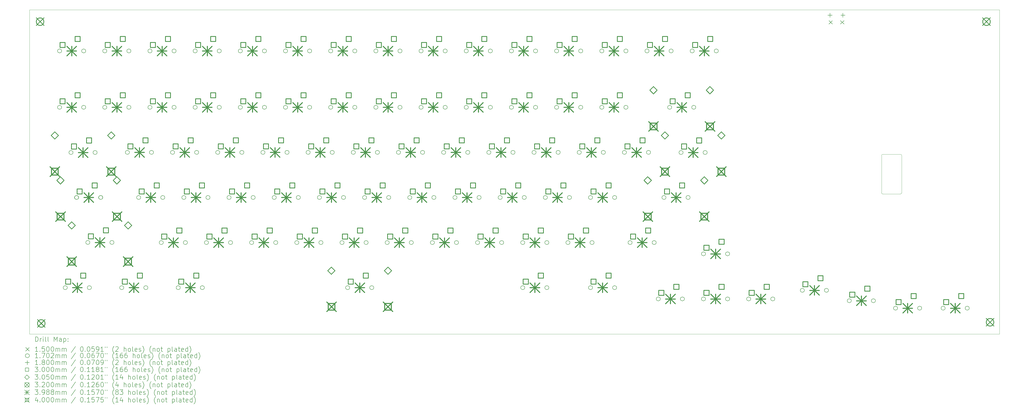
<source format=gbr>
%TF.GenerationSoftware,KiCad,Pcbnew,(6.0.10)*%
%TF.CreationDate,2023-01-22T17:55:39-08:00*%
%TF.ProjectId,OOTstag rev2,4f4f5473-7461-4672-9072-6576322e6b69,rev?*%
%TF.SameCoordinates,Original*%
%TF.FileFunction,Drillmap*%
%TF.FilePolarity,Positive*%
%FSLAX45Y45*%
G04 Gerber Fmt 4.5, Leading zero omitted, Abs format (unit mm)*
G04 Created by KiCad (PCBNEW (6.0.10)) date 2023-01-22 17:55:39*
%MOMM*%
%LPD*%
G01*
G04 APERTURE LIST*
%ADD10C,0.100000*%
%ADD11C,0.050000*%
%ADD12C,0.200000*%
%ADD13C,0.150000*%
%ADD14C,0.170180*%
%ADD15C,0.180000*%
%ADD16C,0.300000*%
%ADD17C,0.305000*%
%ADD18C,0.320000*%
%ADD19C,0.398780*%
%ADD20C,0.400000*%
G04 APERTURE END LIST*
D10*
X43544600Y-20164000D02*
G75*
G03*
X43494600Y-20114000I-50000J0D01*
G01*
X43544600Y-20164000D02*
X43544600Y-21739000D01*
X42694600Y-21739000D02*
G75*
G03*
X42744600Y-21789000I50000J0D01*
G01*
X43494600Y-21789000D02*
G75*
G03*
X43544600Y-21739000I0J50000D01*
G01*
X42694600Y-21739000D02*
X42694600Y-20164000D01*
X42744600Y-20114000D02*
X43494600Y-20114000D01*
X42744600Y-20114000D02*
G75*
G03*
X42694600Y-20164000I0J-50000D01*
G01*
X42744600Y-21789000D02*
X43494600Y-21789000D01*
D11*
X6770000Y-14010000D02*
X47670000Y-14010000D01*
X47670000Y-14010000D02*
X47670000Y-27710000D01*
X47670000Y-27710000D02*
X6770000Y-27710000D01*
X6770000Y-27710000D02*
X6770000Y-14010000D01*
D12*
D13*
X40477500Y-14463000D02*
X40627500Y-14613000D01*
X40627500Y-14463000D02*
X40477500Y-14613000D01*
X40962500Y-14463000D02*
X41112500Y-14613000D01*
X41112500Y-14463000D02*
X40962500Y-14613000D01*
D14*
X8127090Y-15746000D02*
G75*
G03*
X8127090Y-15746000I-85090J0D01*
G01*
X8127090Y-18127250D02*
G75*
G03*
X8127090Y-18127250I-85090J0D01*
G01*
X8365215Y-25747250D02*
G75*
G03*
X8365215Y-25747250I-85090J0D01*
G01*
X8607120Y-20036820D02*
G75*
G03*
X8607120Y-20036820I-85090J0D01*
G01*
X8841465Y-21937250D02*
G75*
G03*
X8841465Y-21937250I-85090J0D01*
G01*
X8847120Y-21936820D02*
G75*
G03*
X8847120Y-21936820I-85090J0D01*
G01*
X9143090Y-15746000D02*
G75*
G03*
X9143090Y-15746000I-85090J0D01*
G01*
X9143090Y-18127250D02*
G75*
G03*
X9143090Y-18127250I-85090J0D01*
G01*
X9317120Y-23836820D02*
G75*
G03*
X9317120Y-23836820I-85090J0D01*
G01*
X9381215Y-25747250D02*
G75*
G03*
X9381215Y-25747250I-85090J0D01*
G01*
X9623120Y-20036820D02*
G75*
G03*
X9623120Y-20036820I-85090J0D01*
G01*
X9857465Y-21937250D02*
G75*
G03*
X9857465Y-21937250I-85090J0D01*
G01*
X9863120Y-21936820D02*
G75*
G03*
X9863120Y-21936820I-85090J0D01*
G01*
X10032090Y-15746000D02*
G75*
G03*
X10032090Y-15746000I-85090J0D01*
G01*
X10032090Y-18127250D02*
G75*
G03*
X10032090Y-18127250I-85090J0D01*
G01*
X10333120Y-23836820D02*
G75*
G03*
X10333120Y-23836820I-85090J0D01*
G01*
X10746465Y-25747250D02*
G75*
G03*
X10746465Y-25747250I-85090J0D01*
G01*
X10984590Y-20032250D02*
G75*
G03*
X10984590Y-20032250I-85090J0D01*
G01*
X11048090Y-15746000D02*
G75*
G03*
X11048090Y-15746000I-85090J0D01*
G01*
X11048090Y-18127250D02*
G75*
G03*
X11048090Y-18127250I-85090J0D01*
G01*
X11460840Y-21937250D02*
G75*
G03*
X11460840Y-21937250I-85090J0D01*
G01*
X11762465Y-25747250D02*
G75*
G03*
X11762465Y-25747250I-85090J0D01*
G01*
X11937090Y-15746000D02*
G75*
G03*
X11937090Y-15746000I-85090J0D01*
G01*
X11937090Y-18127250D02*
G75*
G03*
X11937090Y-18127250I-85090J0D01*
G01*
X12000590Y-20032250D02*
G75*
G03*
X12000590Y-20032250I-85090J0D01*
G01*
X12413340Y-23842250D02*
G75*
G03*
X12413340Y-23842250I-85090J0D01*
G01*
X12476840Y-21937250D02*
G75*
G03*
X12476840Y-21937250I-85090J0D01*
G01*
X12889590Y-20032250D02*
G75*
G03*
X12889590Y-20032250I-85090J0D01*
G01*
X12953090Y-15746000D02*
G75*
G03*
X12953090Y-15746000I-85090J0D01*
G01*
X12953090Y-18127250D02*
G75*
G03*
X12953090Y-18127250I-85090J0D01*
G01*
X13127715Y-25747250D02*
G75*
G03*
X13127715Y-25747250I-85090J0D01*
G01*
X13365840Y-21937250D02*
G75*
G03*
X13365840Y-21937250I-85090J0D01*
G01*
X13429340Y-23842250D02*
G75*
G03*
X13429340Y-23842250I-85090J0D01*
G01*
X13842090Y-15746000D02*
G75*
G03*
X13842090Y-15746000I-85090J0D01*
G01*
X13842090Y-18127250D02*
G75*
G03*
X13842090Y-18127250I-85090J0D01*
G01*
X13905590Y-20032250D02*
G75*
G03*
X13905590Y-20032250I-85090J0D01*
G01*
X14143715Y-25747250D02*
G75*
G03*
X14143715Y-25747250I-85090J0D01*
G01*
X14318340Y-23842250D02*
G75*
G03*
X14318340Y-23842250I-85090J0D01*
G01*
X14381840Y-21937250D02*
G75*
G03*
X14381840Y-21937250I-85090J0D01*
G01*
X14794590Y-20032250D02*
G75*
G03*
X14794590Y-20032250I-85090J0D01*
G01*
X14858090Y-15746000D02*
G75*
G03*
X14858090Y-15746000I-85090J0D01*
G01*
X14858090Y-18127250D02*
G75*
G03*
X14858090Y-18127250I-85090J0D01*
G01*
X15270840Y-21937250D02*
G75*
G03*
X15270840Y-21937250I-85090J0D01*
G01*
X15334340Y-23842250D02*
G75*
G03*
X15334340Y-23842250I-85090J0D01*
G01*
X15747090Y-15746000D02*
G75*
G03*
X15747090Y-15746000I-85090J0D01*
G01*
X15747090Y-18127250D02*
G75*
G03*
X15747090Y-18127250I-85090J0D01*
G01*
X15810590Y-20032250D02*
G75*
G03*
X15810590Y-20032250I-85090J0D01*
G01*
X16223340Y-23842250D02*
G75*
G03*
X16223340Y-23842250I-85090J0D01*
G01*
X16286840Y-21937250D02*
G75*
G03*
X16286840Y-21937250I-85090J0D01*
G01*
X16699590Y-20032250D02*
G75*
G03*
X16699590Y-20032250I-85090J0D01*
G01*
X16763090Y-15746000D02*
G75*
G03*
X16763090Y-15746000I-85090J0D01*
G01*
X16763090Y-18127250D02*
G75*
G03*
X16763090Y-18127250I-85090J0D01*
G01*
X17175840Y-21937250D02*
G75*
G03*
X17175840Y-21937250I-85090J0D01*
G01*
X17239340Y-23842250D02*
G75*
G03*
X17239340Y-23842250I-85090J0D01*
G01*
X17652090Y-15746000D02*
G75*
G03*
X17652090Y-15746000I-85090J0D01*
G01*
X17652090Y-18127250D02*
G75*
G03*
X17652090Y-18127250I-85090J0D01*
G01*
X17715590Y-20032250D02*
G75*
G03*
X17715590Y-20032250I-85090J0D01*
G01*
X18128340Y-23842250D02*
G75*
G03*
X18128340Y-23842250I-85090J0D01*
G01*
X18191840Y-21937250D02*
G75*
G03*
X18191840Y-21937250I-85090J0D01*
G01*
X18604590Y-20032250D02*
G75*
G03*
X18604590Y-20032250I-85090J0D01*
G01*
X18668090Y-15746000D02*
G75*
G03*
X18668090Y-15746000I-85090J0D01*
G01*
X18668090Y-18127250D02*
G75*
G03*
X18668090Y-18127250I-85090J0D01*
G01*
X19080840Y-21937250D02*
G75*
G03*
X19080840Y-21937250I-85090J0D01*
G01*
X19144340Y-23842250D02*
G75*
G03*
X19144340Y-23842250I-85090J0D01*
G01*
X19557090Y-15746000D02*
G75*
G03*
X19557090Y-15746000I-85090J0D01*
G01*
X19557090Y-18127250D02*
G75*
G03*
X19557090Y-18127250I-85090J0D01*
G01*
X19620590Y-20032250D02*
G75*
G03*
X19620590Y-20032250I-85090J0D01*
G01*
X20033340Y-23842250D02*
G75*
G03*
X20033340Y-23842250I-85090J0D01*
G01*
X20096840Y-21937250D02*
G75*
G03*
X20096840Y-21937250I-85090J0D01*
G01*
X20271465Y-25747250D02*
G75*
G03*
X20271465Y-25747250I-85090J0D01*
G01*
X20509590Y-20032250D02*
G75*
G03*
X20509590Y-20032250I-85090J0D01*
G01*
X20573090Y-15746000D02*
G75*
G03*
X20573090Y-15746000I-85090J0D01*
G01*
X20573090Y-18127250D02*
G75*
G03*
X20573090Y-18127250I-85090J0D01*
G01*
X20985840Y-21937250D02*
G75*
G03*
X20985840Y-21937250I-85090J0D01*
G01*
X21049340Y-23842250D02*
G75*
G03*
X21049340Y-23842250I-85090J0D01*
G01*
X21287465Y-25747250D02*
G75*
G03*
X21287465Y-25747250I-85090J0D01*
G01*
X21462090Y-15746000D02*
G75*
G03*
X21462090Y-15746000I-85090J0D01*
G01*
X21462090Y-18127250D02*
G75*
G03*
X21462090Y-18127250I-85090J0D01*
G01*
X21525590Y-20032250D02*
G75*
G03*
X21525590Y-20032250I-85090J0D01*
G01*
X21938340Y-23842250D02*
G75*
G03*
X21938340Y-23842250I-85090J0D01*
G01*
X22001840Y-21937250D02*
G75*
G03*
X22001840Y-21937250I-85090J0D01*
G01*
X22414590Y-20032250D02*
G75*
G03*
X22414590Y-20032250I-85090J0D01*
G01*
X22478090Y-15746000D02*
G75*
G03*
X22478090Y-15746000I-85090J0D01*
G01*
X22478090Y-18127250D02*
G75*
G03*
X22478090Y-18127250I-85090J0D01*
G01*
X22890840Y-21937250D02*
G75*
G03*
X22890840Y-21937250I-85090J0D01*
G01*
X22954340Y-23842250D02*
G75*
G03*
X22954340Y-23842250I-85090J0D01*
G01*
X23367090Y-15746000D02*
G75*
G03*
X23367090Y-15746000I-85090J0D01*
G01*
X23367090Y-18127250D02*
G75*
G03*
X23367090Y-18127250I-85090J0D01*
G01*
X23430590Y-20032250D02*
G75*
G03*
X23430590Y-20032250I-85090J0D01*
G01*
X23843340Y-23842250D02*
G75*
G03*
X23843340Y-23842250I-85090J0D01*
G01*
X23906840Y-21937250D02*
G75*
G03*
X23906840Y-21937250I-85090J0D01*
G01*
X24319590Y-20032250D02*
G75*
G03*
X24319590Y-20032250I-85090J0D01*
G01*
X24383090Y-15746000D02*
G75*
G03*
X24383090Y-15746000I-85090J0D01*
G01*
X24383090Y-18127250D02*
G75*
G03*
X24383090Y-18127250I-85090J0D01*
G01*
X24795840Y-21937250D02*
G75*
G03*
X24795840Y-21937250I-85090J0D01*
G01*
X24859340Y-23842250D02*
G75*
G03*
X24859340Y-23842250I-85090J0D01*
G01*
X25272090Y-15746000D02*
G75*
G03*
X25272090Y-15746000I-85090J0D01*
G01*
X25272090Y-18127250D02*
G75*
G03*
X25272090Y-18127250I-85090J0D01*
G01*
X25335590Y-20032250D02*
G75*
G03*
X25335590Y-20032250I-85090J0D01*
G01*
X25748340Y-23842250D02*
G75*
G03*
X25748340Y-23842250I-85090J0D01*
G01*
X25811840Y-21937250D02*
G75*
G03*
X25811840Y-21937250I-85090J0D01*
G01*
X26224590Y-20032250D02*
G75*
G03*
X26224590Y-20032250I-85090J0D01*
G01*
X26288090Y-15746000D02*
G75*
G03*
X26288090Y-15746000I-85090J0D01*
G01*
X26288090Y-18127250D02*
G75*
G03*
X26288090Y-18127250I-85090J0D01*
G01*
X26700840Y-21937250D02*
G75*
G03*
X26700840Y-21937250I-85090J0D01*
G01*
X26764340Y-23842250D02*
G75*
G03*
X26764340Y-23842250I-85090J0D01*
G01*
X27177090Y-15746000D02*
G75*
G03*
X27177090Y-15746000I-85090J0D01*
G01*
X27177090Y-18127250D02*
G75*
G03*
X27177090Y-18127250I-85090J0D01*
G01*
X27240590Y-20032250D02*
G75*
G03*
X27240590Y-20032250I-85090J0D01*
G01*
X27653340Y-23842250D02*
G75*
G03*
X27653340Y-23842250I-85090J0D01*
G01*
X27653340Y-25747250D02*
G75*
G03*
X27653340Y-25747250I-85090J0D01*
G01*
X27716840Y-21937250D02*
G75*
G03*
X27716840Y-21937250I-85090J0D01*
G01*
X28129590Y-20032250D02*
G75*
G03*
X28129590Y-20032250I-85090J0D01*
G01*
X28193090Y-15746000D02*
G75*
G03*
X28193090Y-15746000I-85090J0D01*
G01*
X28193090Y-18127250D02*
G75*
G03*
X28193090Y-18127250I-85090J0D01*
G01*
X28605840Y-21937250D02*
G75*
G03*
X28605840Y-21937250I-85090J0D01*
G01*
X28669340Y-23842250D02*
G75*
G03*
X28669340Y-23842250I-85090J0D01*
G01*
X28669340Y-25747250D02*
G75*
G03*
X28669340Y-25747250I-85090J0D01*
G01*
X29082090Y-15746000D02*
G75*
G03*
X29082090Y-15746000I-85090J0D01*
G01*
X29082090Y-18127250D02*
G75*
G03*
X29082090Y-18127250I-85090J0D01*
G01*
X29145590Y-20032250D02*
G75*
G03*
X29145590Y-20032250I-85090J0D01*
G01*
X29558340Y-23842250D02*
G75*
G03*
X29558340Y-23842250I-85090J0D01*
G01*
X29621840Y-21937250D02*
G75*
G03*
X29621840Y-21937250I-85090J0D01*
G01*
X30034590Y-20032250D02*
G75*
G03*
X30034590Y-20032250I-85090J0D01*
G01*
X30098090Y-15746000D02*
G75*
G03*
X30098090Y-15746000I-85090J0D01*
G01*
X30098090Y-18127250D02*
G75*
G03*
X30098090Y-18127250I-85090J0D01*
G01*
X30510840Y-21937250D02*
G75*
G03*
X30510840Y-21937250I-85090J0D01*
G01*
X30510840Y-25747250D02*
G75*
G03*
X30510840Y-25747250I-85090J0D01*
G01*
X30574340Y-23842250D02*
G75*
G03*
X30574340Y-23842250I-85090J0D01*
G01*
X30987090Y-15746000D02*
G75*
G03*
X30987090Y-15746000I-85090J0D01*
G01*
X30987090Y-18127250D02*
G75*
G03*
X30987090Y-18127250I-85090J0D01*
G01*
X31050590Y-20032250D02*
G75*
G03*
X31050590Y-20032250I-85090J0D01*
G01*
X31526840Y-21937250D02*
G75*
G03*
X31526840Y-21937250I-85090J0D01*
G01*
X31526840Y-25747250D02*
G75*
G03*
X31526840Y-25747250I-85090J0D01*
G01*
X31939590Y-20032250D02*
G75*
G03*
X31939590Y-20032250I-85090J0D01*
G01*
X32003090Y-15746000D02*
G75*
G03*
X32003090Y-15746000I-85090J0D01*
G01*
X32003090Y-18127250D02*
G75*
G03*
X32003090Y-18127250I-85090J0D01*
G01*
X32177715Y-23842250D02*
G75*
G03*
X32177715Y-23842250I-85090J0D01*
G01*
X32892090Y-15746000D02*
G75*
G03*
X32892090Y-15746000I-85090J0D01*
G01*
X32955590Y-20032250D02*
G75*
G03*
X32955590Y-20032250I-85090J0D01*
G01*
X33193715Y-23842250D02*
G75*
G03*
X33193715Y-23842250I-85090J0D01*
G01*
X33368340Y-26223500D02*
G75*
G03*
X33368340Y-26223500I-85090J0D01*
G01*
X33607120Y-21936820D02*
G75*
G03*
X33607120Y-21936820I-85090J0D01*
G01*
X33847120Y-18126820D02*
G75*
G03*
X33847120Y-18126820I-85090J0D01*
G01*
X33908090Y-15746000D02*
G75*
G03*
X33908090Y-15746000I-85090J0D01*
G01*
X34327120Y-20036820D02*
G75*
G03*
X34327120Y-20036820I-85090J0D01*
G01*
X34384340Y-26223500D02*
G75*
G03*
X34384340Y-26223500I-85090J0D01*
G01*
X34623120Y-21936820D02*
G75*
G03*
X34623120Y-21936820I-85090J0D01*
G01*
X34797090Y-15746000D02*
G75*
G03*
X34797090Y-15746000I-85090J0D01*
G01*
X34863120Y-18126820D02*
G75*
G03*
X34863120Y-18126820I-85090J0D01*
G01*
X35273340Y-24318500D02*
G75*
G03*
X35273340Y-24318500I-85090J0D01*
G01*
X35273340Y-26223500D02*
G75*
G03*
X35273340Y-26223500I-85090J0D01*
G01*
X35343120Y-20036820D02*
G75*
G03*
X35343120Y-20036820I-85090J0D01*
G01*
X35813090Y-15746000D02*
G75*
G03*
X35813090Y-15746000I-85090J0D01*
G01*
X36289340Y-24318500D02*
G75*
G03*
X36289340Y-24318500I-85090J0D01*
G01*
X36289340Y-26223500D02*
G75*
G03*
X36289340Y-26223500I-85090J0D01*
G01*
X37178340Y-26223500D02*
G75*
G03*
X37178340Y-26223500I-85090J0D01*
G01*
X38194340Y-26223500D02*
G75*
G03*
X38194340Y-26223500I-85090J0D01*
G01*
X39440550Y-25860000D02*
G75*
G03*
X39440550Y-25860000I-85090J0D01*
G01*
X40456550Y-25860000D02*
G75*
G03*
X40456550Y-25860000I-85090J0D01*
G01*
X41420090Y-26299460D02*
G75*
G03*
X41420090Y-26299460I-85090J0D01*
G01*
X42436090Y-26299460D02*
G75*
G03*
X42436090Y-26299460I-85090J0D01*
G01*
X43370090Y-26614000D02*
G75*
G03*
X43370090Y-26614000I-85090J0D01*
G01*
X44386090Y-26614000D02*
G75*
G03*
X44386090Y-26614000I-85090J0D01*
G01*
X45376550Y-26614000D02*
G75*
G03*
X45376550Y-26614000I-85090J0D01*
G01*
X46392550Y-26614000D02*
G75*
G03*
X46392550Y-26614000I-85090J0D01*
G01*
D15*
X40522500Y-14145000D02*
X40522500Y-14325000D01*
X40432500Y-14235000D02*
X40612500Y-14235000D01*
X41067500Y-14145000D02*
X41067500Y-14325000D01*
X40977500Y-14235000D02*
X41157500Y-14235000D01*
D16*
X8275067Y-15598067D02*
X8275067Y-15385933D01*
X8062933Y-15385933D01*
X8062933Y-15598067D01*
X8275067Y-15598067D01*
X8275067Y-17979317D02*
X8275067Y-17767183D01*
X8062933Y-17767183D01*
X8062933Y-17979317D01*
X8275067Y-17979317D01*
X8513192Y-25599317D02*
X8513192Y-25387183D01*
X8301058Y-25387183D01*
X8301058Y-25599317D01*
X8513192Y-25599317D01*
X8755097Y-19888887D02*
X8755097Y-19676753D01*
X8542963Y-19676753D01*
X8542963Y-19888887D01*
X8755097Y-19888887D01*
X8910067Y-15344067D02*
X8910067Y-15131933D01*
X8697933Y-15131933D01*
X8697933Y-15344067D01*
X8910067Y-15344067D01*
X8910067Y-17725317D02*
X8910067Y-17513183D01*
X8697933Y-17513183D01*
X8697933Y-17725317D01*
X8910067Y-17725317D01*
X8989442Y-21789317D02*
X8989442Y-21577183D01*
X8777308Y-21577183D01*
X8777308Y-21789317D01*
X8989442Y-21789317D01*
X8995097Y-21788887D02*
X8995097Y-21576753D01*
X8782963Y-21576753D01*
X8782963Y-21788887D01*
X8995097Y-21788887D01*
X9148192Y-25345317D02*
X9148192Y-25133183D01*
X8936058Y-25133183D01*
X8936058Y-25345317D01*
X9148192Y-25345317D01*
X9390097Y-19634887D02*
X9390097Y-19422753D01*
X9177963Y-19422753D01*
X9177963Y-19634887D01*
X9390097Y-19634887D01*
X9465097Y-23688887D02*
X9465097Y-23476753D01*
X9252963Y-23476753D01*
X9252963Y-23688887D01*
X9465097Y-23688887D01*
X9624442Y-21535317D02*
X9624442Y-21323183D01*
X9412308Y-21323183D01*
X9412308Y-21535317D01*
X9624442Y-21535317D01*
X9630097Y-21534887D02*
X9630097Y-21322753D01*
X9417963Y-21322753D01*
X9417963Y-21534887D01*
X9630097Y-21534887D01*
X10100097Y-23434887D02*
X10100097Y-23222753D01*
X9887963Y-23222753D01*
X9887963Y-23434887D01*
X10100097Y-23434887D01*
X10180067Y-15598067D02*
X10180067Y-15385933D01*
X9967933Y-15385933D01*
X9967933Y-15598067D01*
X10180067Y-15598067D01*
X10180067Y-17979317D02*
X10180067Y-17767183D01*
X9967933Y-17767183D01*
X9967933Y-17979317D01*
X10180067Y-17979317D01*
X10815067Y-15344067D02*
X10815067Y-15131933D01*
X10602933Y-15131933D01*
X10602933Y-15344067D01*
X10815067Y-15344067D01*
X10815067Y-17725317D02*
X10815067Y-17513183D01*
X10602933Y-17513183D01*
X10602933Y-17725317D01*
X10815067Y-17725317D01*
X10894442Y-25599317D02*
X10894442Y-25387183D01*
X10682308Y-25387183D01*
X10682308Y-25599317D01*
X10894442Y-25599317D01*
X11132567Y-19884317D02*
X11132567Y-19672183D01*
X10920433Y-19672183D01*
X10920433Y-19884317D01*
X11132567Y-19884317D01*
X11529442Y-25345317D02*
X11529442Y-25133183D01*
X11317308Y-25133183D01*
X11317308Y-25345317D01*
X11529442Y-25345317D01*
X11608817Y-21789317D02*
X11608817Y-21577183D01*
X11396683Y-21577183D01*
X11396683Y-21789317D01*
X11608817Y-21789317D01*
X11767567Y-19630317D02*
X11767567Y-19418183D01*
X11555433Y-19418183D01*
X11555433Y-19630317D01*
X11767567Y-19630317D01*
X12085067Y-15598067D02*
X12085067Y-15385933D01*
X11872933Y-15385933D01*
X11872933Y-15598067D01*
X12085067Y-15598067D01*
X12085067Y-17979317D02*
X12085067Y-17767183D01*
X11872933Y-17767183D01*
X11872933Y-17979317D01*
X12085067Y-17979317D01*
X12243817Y-21535317D02*
X12243817Y-21323183D01*
X12031683Y-21323183D01*
X12031683Y-21535317D01*
X12243817Y-21535317D01*
X12561317Y-23694317D02*
X12561317Y-23482183D01*
X12349183Y-23482183D01*
X12349183Y-23694317D01*
X12561317Y-23694317D01*
X12720067Y-15344067D02*
X12720067Y-15131933D01*
X12507933Y-15131933D01*
X12507933Y-15344067D01*
X12720067Y-15344067D01*
X12720067Y-17725317D02*
X12720067Y-17513183D01*
X12507933Y-17513183D01*
X12507933Y-17725317D01*
X12720067Y-17725317D01*
X13037567Y-19884317D02*
X13037567Y-19672183D01*
X12825433Y-19672183D01*
X12825433Y-19884317D01*
X13037567Y-19884317D01*
X13196317Y-23440317D02*
X13196317Y-23228183D01*
X12984183Y-23228183D01*
X12984183Y-23440317D01*
X13196317Y-23440317D01*
X13275692Y-25599317D02*
X13275692Y-25387183D01*
X13063558Y-25387183D01*
X13063558Y-25599317D01*
X13275692Y-25599317D01*
X13513817Y-21789317D02*
X13513817Y-21577183D01*
X13301683Y-21577183D01*
X13301683Y-21789317D01*
X13513817Y-21789317D01*
X13672567Y-19630317D02*
X13672567Y-19418183D01*
X13460433Y-19418183D01*
X13460433Y-19630317D01*
X13672567Y-19630317D01*
X13910692Y-25345317D02*
X13910692Y-25133183D01*
X13698558Y-25133183D01*
X13698558Y-25345317D01*
X13910692Y-25345317D01*
X13990067Y-15598067D02*
X13990067Y-15385933D01*
X13777933Y-15385933D01*
X13777933Y-15598067D01*
X13990067Y-15598067D01*
X13990067Y-17979317D02*
X13990067Y-17767183D01*
X13777933Y-17767183D01*
X13777933Y-17979317D01*
X13990067Y-17979317D01*
X14148817Y-21535317D02*
X14148817Y-21323183D01*
X13936683Y-21323183D01*
X13936683Y-21535317D01*
X14148817Y-21535317D01*
X14466317Y-23694317D02*
X14466317Y-23482183D01*
X14254183Y-23482183D01*
X14254183Y-23694317D01*
X14466317Y-23694317D01*
X14625067Y-15344067D02*
X14625067Y-15131933D01*
X14412933Y-15131933D01*
X14412933Y-15344067D01*
X14625067Y-15344067D01*
X14625067Y-17725317D02*
X14625067Y-17513183D01*
X14412933Y-17513183D01*
X14412933Y-17725317D01*
X14625067Y-17725317D01*
X14942567Y-19884317D02*
X14942567Y-19672183D01*
X14730433Y-19672183D01*
X14730433Y-19884317D01*
X14942567Y-19884317D01*
X15101317Y-23440317D02*
X15101317Y-23228183D01*
X14889183Y-23228183D01*
X14889183Y-23440317D01*
X15101317Y-23440317D01*
X15418817Y-21789317D02*
X15418817Y-21577183D01*
X15206683Y-21577183D01*
X15206683Y-21789317D01*
X15418817Y-21789317D01*
X15577567Y-19630317D02*
X15577567Y-19418183D01*
X15365433Y-19418183D01*
X15365433Y-19630317D01*
X15577567Y-19630317D01*
X15895067Y-15598067D02*
X15895067Y-15385933D01*
X15682933Y-15385933D01*
X15682933Y-15598067D01*
X15895067Y-15598067D01*
X15895067Y-17979317D02*
X15895067Y-17767183D01*
X15682933Y-17767183D01*
X15682933Y-17979317D01*
X15895067Y-17979317D01*
X16053817Y-21535317D02*
X16053817Y-21323183D01*
X15841683Y-21323183D01*
X15841683Y-21535317D01*
X16053817Y-21535317D01*
X16371317Y-23694317D02*
X16371317Y-23482183D01*
X16159183Y-23482183D01*
X16159183Y-23694317D01*
X16371317Y-23694317D01*
X16530067Y-15344067D02*
X16530067Y-15131933D01*
X16317933Y-15131933D01*
X16317933Y-15344067D01*
X16530067Y-15344067D01*
X16530067Y-17725317D02*
X16530067Y-17513183D01*
X16317933Y-17513183D01*
X16317933Y-17725317D01*
X16530067Y-17725317D01*
X16847567Y-19884317D02*
X16847567Y-19672183D01*
X16635433Y-19672183D01*
X16635433Y-19884317D01*
X16847567Y-19884317D01*
X17006317Y-23440317D02*
X17006317Y-23228183D01*
X16794183Y-23228183D01*
X16794183Y-23440317D01*
X17006317Y-23440317D01*
X17323817Y-21789317D02*
X17323817Y-21577183D01*
X17111683Y-21577183D01*
X17111683Y-21789317D01*
X17323817Y-21789317D01*
X17482567Y-19630317D02*
X17482567Y-19418183D01*
X17270433Y-19418183D01*
X17270433Y-19630317D01*
X17482567Y-19630317D01*
X17800067Y-15598067D02*
X17800067Y-15385933D01*
X17587933Y-15385933D01*
X17587933Y-15598067D01*
X17800067Y-15598067D01*
X17800067Y-17979317D02*
X17800067Y-17767183D01*
X17587933Y-17767183D01*
X17587933Y-17979317D01*
X17800067Y-17979317D01*
X17958817Y-21535317D02*
X17958817Y-21323183D01*
X17746683Y-21323183D01*
X17746683Y-21535317D01*
X17958817Y-21535317D01*
X18276317Y-23694317D02*
X18276317Y-23482183D01*
X18064183Y-23482183D01*
X18064183Y-23694317D01*
X18276317Y-23694317D01*
X18435067Y-15344067D02*
X18435067Y-15131933D01*
X18222933Y-15131933D01*
X18222933Y-15344067D01*
X18435067Y-15344067D01*
X18435067Y-17725317D02*
X18435067Y-17513183D01*
X18222933Y-17513183D01*
X18222933Y-17725317D01*
X18435067Y-17725317D01*
X18752567Y-19884317D02*
X18752567Y-19672183D01*
X18540433Y-19672183D01*
X18540433Y-19884317D01*
X18752567Y-19884317D01*
X18911317Y-23440317D02*
X18911317Y-23228183D01*
X18699183Y-23228183D01*
X18699183Y-23440317D01*
X18911317Y-23440317D01*
X19228817Y-21789317D02*
X19228817Y-21577183D01*
X19016683Y-21577183D01*
X19016683Y-21789317D01*
X19228817Y-21789317D01*
X19387567Y-19630317D02*
X19387567Y-19418183D01*
X19175433Y-19418183D01*
X19175433Y-19630317D01*
X19387567Y-19630317D01*
X19705067Y-15598067D02*
X19705067Y-15385933D01*
X19492933Y-15385933D01*
X19492933Y-15598067D01*
X19705067Y-15598067D01*
X19705067Y-17979317D02*
X19705067Y-17767183D01*
X19492933Y-17767183D01*
X19492933Y-17979317D01*
X19705067Y-17979317D01*
X19863817Y-21535317D02*
X19863817Y-21323183D01*
X19651683Y-21323183D01*
X19651683Y-21535317D01*
X19863817Y-21535317D01*
X20181317Y-23694317D02*
X20181317Y-23482183D01*
X19969183Y-23482183D01*
X19969183Y-23694317D01*
X20181317Y-23694317D01*
X20340067Y-15344067D02*
X20340067Y-15131933D01*
X20127933Y-15131933D01*
X20127933Y-15344067D01*
X20340067Y-15344067D01*
X20340067Y-17725317D02*
X20340067Y-17513183D01*
X20127933Y-17513183D01*
X20127933Y-17725317D01*
X20340067Y-17725317D01*
X20419442Y-25599317D02*
X20419442Y-25387183D01*
X20207308Y-25387183D01*
X20207308Y-25599317D01*
X20419442Y-25599317D01*
X20657567Y-19884317D02*
X20657567Y-19672183D01*
X20445433Y-19672183D01*
X20445433Y-19884317D01*
X20657567Y-19884317D01*
X20816317Y-23440317D02*
X20816317Y-23228183D01*
X20604183Y-23228183D01*
X20604183Y-23440317D01*
X20816317Y-23440317D01*
X21054442Y-25345317D02*
X21054442Y-25133183D01*
X20842308Y-25133183D01*
X20842308Y-25345317D01*
X21054442Y-25345317D01*
X21133817Y-21789317D02*
X21133817Y-21577183D01*
X20921683Y-21577183D01*
X20921683Y-21789317D01*
X21133817Y-21789317D01*
X21292567Y-19630317D02*
X21292567Y-19418183D01*
X21080433Y-19418183D01*
X21080433Y-19630317D01*
X21292567Y-19630317D01*
X21610067Y-15598067D02*
X21610067Y-15385933D01*
X21397933Y-15385933D01*
X21397933Y-15598067D01*
X21610067Y-15598067D01*
X21610067Y-17979317D02*
X21610067Y-17767183D01*
X21397933Y-17767183D01*
X21397933Y-17979317D01*
X21610067Y-17979317D01*
X21768817Y-21535317D02*
X21768817Y-21323183D01*
X21556683Y-21323183D01*
X21556683Y-21535317D01*
X21768817Y-21535317D01*
X22086317Y-23694317D02*
X22086317Y-23482183D01*
X21874183Y-23482183D01*
X21874183Y-23694317D01*
X22086317Y-23694317D01*
X22245067Y-15344067D02*
X22245067Y-15131933D01*
X22032933Y-15131933D01*
X22032933Y-15344067D01*
X22245067Y-15344067D01*
X22245067Y-17725317D02*
X22245067Y-17513183D01*
X22032933Y-17513183D01*
X22032933Y-17725317D01*
X22245067Y-17725317D01*
X22562567Y-19884317D02*
X22562567Y-19672183D01*
X22350433Y-19672183D01*
X22350433Y-19884317D01*
X22562567Y-19884317D01*
X22721317Y-23440317D02*
X22721317Y-23228183D01*
X22509183Y-23228183D01*
X22509183Y-23440317D01*
X22721317Y-23440317D01*
X23038817Y-21789317D02*
X23038817Y-21577183D01*
X22826683Y-21577183D01*
X22826683Y-21789317D01*
X23038817Y-21789317D01*
X23197567Y-19630317D02*
X23197567Y-19418183D01*
X22985433Y-19418183D01*
X22985433Y-19630317D01*
X23197567Y-19630317D01*
X23515067Y-15598067D02*
X23515067Y-15385933D01*
X23302933Y-15385933D01*
X23302933Y-15598067D01*
X23515067Y-15598067D01*
X23515067Y-17979317D02*
X23515067Y-17767183D01*
X23302933Y-17767183D01*
X23302933Y-17979317D01*
X23515067Y-17979317D01*
X23673817Y-21535317D02*
X23673817Y-21323183D01*
X23461683Y-21323183D01*
X23461683Y-21535317D01*
X23673817Y-21535317D01*
X23991317Y-23694317D02*
X23991317Y-23482183D01*
X23779183Y-23482183D01*
X23779183Y-23694317D01*
X23991317Y-23694317D01*
X24150067Y-15344067D02*
X24150067Y-15131933D01*
X23937933Y-15131933D01*
X23937933Y-15344067D01*
X24150067Y-15344067D01*
X24150067Y-17725317D02*
X24150067Y-17513183D01*
X23937933Y-17513183D01*
X23937933Y-17725317D01*
X24150067Y-17725317D01*
X24467567Y-19884317D02*
X24467567Y-19672183D01*
X24255433Y-19672183D01*
X24255433Y-19884317D01*
X24467567Y-19884317D01*
X24626317Y-23440317D02*
X24626317Y-23228183D01*
X24414183Y-23228183D01*
X24414183Y-23440317D01*
X24626317Y-23440317D01*
X24943817Y-21789317D02*
X24943817Y-21577183D01*
X24731683Y-21577183D01*
X24731683Y-21789317D01*
X24943817Y-21789317D01*
X25102567Y-19630317D02*
X25102567Y-19418183D01*
X24890433Y-19418183D01*
X24890433Y-19630317D01*
X25102567Y-19630317D01*
X25420067Y-15598067D02*
X25420067Y-15385933D01*
X25207933Y-15385933D01*
X25207933Y-15598067D01*
X25420067Y-15598067D01*
X25420067Y-17979317D02*
X25420067Y-17767183D01*
X25207933Y-17767183D01*
X25207933Y-17979317D01*
X25420067Y-17979317D01*
X25578817Y-21535317D02*
X25578817Y-21323183D01*
X25366683Y-21323183D01*
X25366683Y-21535317D01*
X25578817Y-21535317D01*
X25896317Y-23694317D02*
X25896317Y-23482183D01*
X25684183Y-23482183D01*
X25684183Y-23694317D01*
X25896317Y-23694317D01*
X26055067Y-15344067D02*
X26055067Y-15131933D01*
X25842933Y-15131933D01*
X25842933Y-15344067D01*
X26055067Y-15344067D01*
X26055067Y-17725317D02*
X26055067Y-17513183D01*
X25842933Y-17513183D01*
X25842933Y-17725317D01*
X26055067Y-17725317D01*
X26372567Y-19884317D02*
X26372567Y-19672183D01*
X26160433Y-19672183D01*
X26160433Y-19884317D01*
X26372567Y-19884317D01*
X26531317Y-23440317D02*
X26531317Y-23228183D01*
X26319183Y-23228183D01*
X26319183Y-23440317D01*
X26531317Y-23440317D01*
X26848817Y-21789317D02*
X26848817Y-21577183D01*
X26636683Y-21577183D01*
X26636683Y-21789317D01*
X26848817Y-21789317D01*
X27007567Y-19630317D02*
X27007567Y-19418183D01*
X26795433Y-19418183D01*
X26795433Y-19630317D01*
X27007567Y-19630317D01*
X27325067Y-15598067D02*
X27325067Y-15385933D01*
X27112933Y-15385933D01*
X27112933Y-15598067D01*
X27325067Y-15598067D01*
X27325067Y-17979317D02*
X27325067Y-17767183D01*
X27112933Y-17767183D01*
X27112933Y-17979317D01*
X27325067Y-17979317D01*
X27483817Y-21535317D02*
X27483817Y-21323183D01*
X27271683Y-21323183D01*
X27271683Y-21535317D01*
X27483817Y-21535317D01*
X27801317Y-23694317D02*
X27801317Y-23482183D01*
X27589183Y-23482183D01*
X27589183Y-23694317D01*
X27801317Y-23694317D01*
X27801317Y-25599317D02*
X27801317Y-25387183D01*
X27589183Y-25387183D01*
X27589183Y-25599317D01*
X27801317Y-25599317D01*
X27960067Y-15344067D02*
X27960067Y-15131933D01*
X27747933Y-15131933D01*
X27747933Y-15344067D01*
X27960067Y-15344067D01*
X27960067Y-17725317D02*
X27960067Y-17513183D01*
X27747933Y-17513183D01*
X27747933Y-17725317D01*
X27960067Y-17725317D01*
X28277567Y-19884317D02*
X28277567Y-19672183D01*
X28065433Y-19672183D01*
X28065433Y-19884317D01*
X28277567Y-19884317D01*
X28436317Y-23440317D02*
X28436317Y-23228183D01*
X28224183Y-23228183D01*
X28224183Y-23440317D01*
X28436317Y-23440317D01*
X28436317Y-25345317D02*
X28436317Y-25133183D01*
X28224183Y-25133183D01*
X28224183Y-25345317D01*
X28436317Y-25345317D01*
X28753817Y-21789317D02*
X28753817Y-21577183D01*
X28541683Y-21577183D01*
X28541683Y-21789317D01*
X28753817Y-21789317D01*
X28912567Y-19630317D02*
X28912567Y-19418183D01*
X28700433Y-19418183D01*
X28700433Y-19630317D01*
X28912567Y-19630317D01*
X29230067Y-15598067D02*
X29230067Y-15385933D01*
X29017933Y-15385933D01*
X29017933Y-15598067D01*
X29230067Y-15598067D01*
X29230067Y-17979317D02*
X29230067Y-17767183D01*
X29017933Y-17767183D01*
X29017933Y-17979317D01*
X29230067Y-17979317D01*
X29388817Y-21535317D02*
X29388817Y-21323183D01*
X29176683Y-21323183D01*
X29176683Y-21535317D01*
X29388817Y-21535317D01*
X29706317Y-23694317D02*
X29706317Y-23482183D01*
X29494183Y-23482183D01*
X29494183Y-23694317D01*
X29706317Y-23694317D01*
X29865067Y-15344067D02*
X29865067Y-15131933D01*
X29652933Y-15131933D01*
X29652933Y-15344067D01*
X29865067Y-15344067D01*
X29865067Y-17725317D02*
X29865067Y-17513183D01*
X29652933Y-17513183D01*
X29652933Y-17725317D01*
X29865067Y-17725317D01*
X30182567Y-19884317D02*
X30182567Y-19672183D01*
X29970433Y-19672183D01*
X29970433Y-19884317D01*
X30182567Y-19884317D01*
X30341317Y-23440317D02*
X30341317Y-23228183D01*
X30129183Y-23228183D01*
X30129183Y-23440317D01*
X30341317Y-23440317D01*
X30658817Y-21789317D02*
X30658817Y-21577183D01*
X30446683Y-21577183D01*
X30446683Y-21789317D01*
X30658817Y-21789317D01*
X30658817Y-25599317D02*
X30658817Y-25387183D01*
X30446683Y-25387183D01*
X30446683Y-25599317D01*
X30658817Y-25599317D01*
X30817567Y-19630317D02*
X30817567Y-19418183D01*
X30605433Y-19418183D01*
X30605433Y-19630317D01*
X30817567Y-19630317D01*
X31135067Y-15598067D02*
X31135067Y-15385933D01*
X30922933Y-15385933D01*
X30922933Y-15598067D01*
X31135067Y-15598067D01*
X31135067Y-17979317D02*
X31135067Y-17767183D01*
X30922933Y-17767183D01*
X30922933Y-17979317D01*
X31135067Y-17979317D01*
X31293817Y-21535317D02*
X31293817Y-21323183D01*
X31081683Y-21323183D01*
X31081683Y-21535317D01*
X31293817Y-21535317D01*
X31293817Y-25345317D02*
X31293817Y-25133183D01*
X31081683Y-25133183D01*
X31081683Y-25345317D01*
X31293817Y-25345317D01*
X31770067Y-15344067D02*
X31770067Y-15131933D01*
X31557933Y-15131933D01*
X31557933Y-15344067D01*
X31770067Y-15344067D01*
X31770067Y-17725317D02*
X31770067Y-17513183D01*
X31557933Y-17513183D01*
X31557933Y-17725317D01*
X31770067Y-17725317D01*
X32087567Y-19884317D02*
X32087567Y-19672183D01*
X31875433Y-19672183D01*
X31875433Y-19884317D01*
X32087567Y-19884317D01*
X32325692Y-23694317D02*
X32325692Y-23482183D01*
X32113558Y-23482183D01*
X32113558Y-23694317D01*
X32325692Y-23694317D01*
X32722567Y-19630317D02*
X32722567Y-19418183D01*
X32510433Y-19418183D01*
X32510433Y-19630317D01*
X32722567Y-19630317D01*
X32960692Y-23440317D02*
X32960692Y-23228183D01*
X32748558Y-23228183D01*
X32748558Y-23440317D01*
X32960692Y-23440317D01*
X33040067Y-15598067D02*
X33040067Y-15385933D01*
X32827933Y-15385933D01*
X32827933Y-15598067D01*
X33040067Y-15598067D01*
X33516317Y-26075567D02*
X33516317Y-25863433D01*
X33304183Y-25863433D01*
X33304183Y-26075567D01*
X33516317Y-26075567D01*
X33675067Y-15344067D02*
X33675067Y-15131933D01*
X33462933Y-15131933D01*
X33462933Y-15344067D01*
X33675067Y-15344067D01*
X33755097Y-21788887D02*
X33755097Y-21576753D01*
X33542963Y-21576753D01*
X33542963Y-21788887D01*
X33755097Y-21788887D01*
X33995097Y-17978887D02*
X33995097Y-17766753D01*
X33782963Y-17766753D01*
X33782963Y-17978887D01*
X33995097Y-17978887D01*
X34151317Y-25821567D02*
X34151317Y-25609433D01*
X33939183Y-25609433D01*
X33939183Y-25821567D01*
X34151317Y-25821567D01*
X34390097Y-21534887D02*
X34390097Y-21322753D01*
X34177963Y-21322753D01*
X34177963Y-21534887D01*
X34390097Y-21534887D01*
X34475097Y-19888887D02*
X34475097Y-19676753D01*
X34262963Y-19676753D01*
X34262963Y-19888887D01*
X34475097Y-19888887D01*
X34630097Y-17724887D02*
X34630097Y-17512753D01*
X34417963Y-17512753D01*
X34417963Y-17724887D01*
X34630097Y-17724887D01*
X34945067Y-15598067D02*
X34945067Y-15385933D01*
X34732933Y-15385933D01*
X34732933Y-15598067D01*
X34945067Y-15598067D01*
X35110097Y-19634887D02*
X35110097Y-19422753D01*
X34897963Y-19422753D01*
X34897963Y-19634887D01*
X35110097Y-19634887D01*
X35421317Y-24170567D02*
X35421317Y-23958433D01*
X35209183Y-23958433D01*
X35209183Y-24170567D01*
X35421317Y-24170567D01*
X35421317Y-26075567D02*
X35421317Y-25863433D01*
X35209183Y-25863433D01*
X35209183Y-26075567D01*
X35421317Y-26075567D01*
X35580067Y-15344067D02*
X35580067Y-15131933D01*
X35367933Y-15131933D01*
X35367933Y-15344067D01*
X35580067Y-15344067D01*
X36056317Y-23916567D02*
X36056317Y-23704433D01*
X35844183Y-23704433D01*
X35844183Y-23916567D01*
X36056317Y-23916567D01*
X36056317Y-25821567D02*
X36056317Y-25609433D01*
X35844183Y-25609433D01*
X35844183Y-25821567D01*
X36056317Y-25821567D01*
X37326317Y-26075567D02*
X37326317Y-25863433D01*
X37114183Y-25863433D01*
X37114183Y-26075567D01*
X37326317Y-26075567D01*
X37961317Y-25821567D02*
X37961317Y-25609433D01*
X37749183Y-25609433D01*
X37749183Y-25821567D01*
X37961317Y-25821567D01*
X39588527Y-25712067D02*
X39588527Y-25499933D01*
X39376393Y-25499933D01*
X39376393Y-25712067D01*
X39588527Y-25712067D01*
X40223527Y-25458067D02*
X40223527Y-25245933D01*
X40011393Y-25245933D01*
X40011393Y-25458067D01*
X40223527Y-25458067D01*
X41568067Y-26151527D02*
X41568067Y-25939393D01*
X41355933Y-25939393D01*
X41355933Y-26151527D01*
X41568067Y-26151527D01*
X42203067Y-25897527D02*
X42203067Y-25685393D01*
X41990933Y-25685393D01*
X41990933Y-25897527D01*
X42203067Y-25897527D01*
X43518067Y-26466067D02*
X43518067Y-26253933D01*
X43305933Y-26253933D01*
X43305933Y-26466067D01*
X43518067Y-26466067D01*
X44153067Y-26212067D02*
X44153067Y-25999933D01*
X43940933Y-25999933D01*
X43940933Y-26212067D01*
X44153067Y-26212067D01*
X45524527Y-26466067D02*
X45524527Y-26253933D01*
X45312393Y-26253933D01*
X45312393Y-26466067D01*
X45524527Y-26466067D01*
X46159527Y-26212067D02*
X46159527Y-25999933D01*
X45947393Y-25999933D01*
X45947393Y-26212067D01*
X46159527Y-26212067D01*
D17*
X7838750Y-19470500D02*
X7991250Y-19318000D01*
X7838750Y-19165500D01*
X7686250Y-19318000D01*
X7838750Y-19470500D01*
X8078750Y-21370500D02*
X8231250Y-21218000D01*
X8078750Y-21065500D01*
X7926250Y-21218000D01*
X8078750Y-21370500D01*
X8548750Y-23270500D02*
X8701250Y-23118000D01*
X8548750Y-22965500D01*
X8396250Y-23118000D01*
X8548750Y-23270500D01*
X10218750Y-19470500D02*
X10371250Y-19318000D01*
X10218750Y-19165500D01*
X10066250Y-19318000D01*
X10218750Y-19470500D01*
X10458750Y-21370500D02*
X10611250Y-21218000D01*
X10458750Y-21065500D01*
X10306250Y-21218000D01*
X10458750Y-21370500D01*
X10928750Y-23270500D02*
X11081250Y-23118000D01*
X10928750Y-22965500D01*
X10776250Y-23118000D01*
X10928750Y-23270500D01*
X19503095Y-25180930D02*
X19655595Y-25028430D01*
X19503095Y-24875930D01*
X19350595Y-25028430D01*
X19503095Y-25180930D01*
X21883095Y-25180930D02*
X22035595Y-25028430D01*
X21883095Y-24875930D01*
X21730595Y-25028430D01*
X21883095Y-25180930D01*
X32838750Y-21370500D02*
X32991250Y-21218000D01*
X32838750Y-21065500D01*
X32686250Y-21218000D01*
X32838750Y-21370500D01*
X33078750Y-17560500D02*
X33231250Y-17408000D01*
X33078750Y-17255500D01*
X32926250Y-17408000D01*
X33078750Y-17560500D01*
X33558750Y-19470500D02*
X33711250Y-19318000D01*
X33558750Y-19165500D01*
X33406250Y-19318000D01*
X33558750Y-19470500D01*
X35218750Y-21370500D02*
X35371250Y-21218000D01*
X35218750Y-21065500D01*
X35066250Y-21218000D01*
X35218750Y-21370500D01*
X35458750Y-17560500D02*
X35611250Y-17408000D01*
X35458750Y-17255500D01*
X35306250Y-17408000D01*
X35458750Y-17560500D01*
X35938750Y-19470500D02*
X36091250Y-19318000D01*
X35938750Y-19165500D01*
X35786250Y-19318000D01*
X35938750Y-19470500D01*
D18*
X7060000Y-14350000D02*
X7380000Y-14670000D01*
X7380000Y-14350000D02*
X7060000Y-14670000D01*
X7380000Y-14510000D02*
G75*
G03*
X7380000Y-14510000I-160000J0D01*
G01*
X7110000Y-27100000D02*
X7430000Y-27420000D01*
X7430000Y-27100000D02*
X7110000Y-27420000D01*
X7430000Y-27260000D02*
G75*
G03*
X7430000Y-27260000I-160000J0D01*
G01*
X46960000Y-14350000D02*
X47280000Y-14670000D01*
X47280000Y-14350000D02*
X46960000Y-14670000D01*
X47280000Y-14510000D02*
G75*
G03*
X47280000Y-14510000I-160000J0D01*
G01*
X47110000Y-27050000D02*
X47430000Y-27370000D01*
X47430000Y-27050000D02*
X47110000Y-27370000D01*
X47430000Y-27210000D02*
G75*
G03*
X47430000Y-27210000I-160000J0D01*
G01*
D19*
X8350610Y-15546610D02*
X8749390Y-15945390D01*
X8749390Y-15546610D02*
X8350610Y-15945390D01*
X8550000Y-15546610D02*
X8550000Y-15945390D01*
X8350610Y-15746000D02*
X8749390Y-15746000D01*
X8350610Y-17927860D02*
X8749390Y-18326640D01*
X8749390Y-17927860D02*
X8350610Y-18326640D01*
X8550000Y-17927860D02*
X8550000Y-18326640D01*
X8350610Y-18127250D02*
X8749390Y-18127250D01*
X8588735Y-25547860D02*
X8987515Y-25946640D01*
X8987515Y-25547860D02*
X8588735Y-25946640D01*
X8788125Y-25547860D02*
X8788125Y-25946640D01*
X8588735Y-25747250D02*
X8987515Y-25747250D01*
X8830640Y-19837430D02*
X9229420Y-20236210D01*
X9229420Y-19837430D02*
X8830640Y-20236210D01*
X9030030Y-19837430D02*
X9030030Y-20236210D01*
X8830640Y-20036820D02*
X9229420Y-20036820D01*
X9064985Y-21737860D02*
X9463765Y-22136640D01*
X9463765Y-21737860D02*
X9064985Y-22136640D01*
X9264375Y-21737860D02*
X9264375Y-22136640D01*
X9064985Y-21937250D02*
X9463765Y-21937250D01*
X9070640Y-21737430D02*
X9469420Y-22136210D01*
X9469420Y-21737430D02*
X9070640Y-22136210D01*
X9270030Y-21737430D02*
X9270030Y-22136210D01*
X9070640Y-21936820D02*
X9469420Y-21936820D01*
X9540640Y-23637430D02*
X9939420Y-24036210D01*
X9939420Y-23637430D02*
X9540640Y-24036210D01*
X9740030Y-23637430D02*
X9740030Y-24036210D01*
X9540640Y-23836820D02*
X9939420Y-23836820D01*
X10255610Y-15546610D02*
X10654390Y-15945390D01*
X10654390Y-15546610D02*
X10255610Y-15945390D01*
X10455000Y-15546610D02*
X10455000Y-15945390D01*
X10255610Y-15746000D02*
X10654390Y-15746000D01*
X10255610Y-17927860D02*
X10654390Y-18326640D01*
X10654390Y-17927860D02*
X10255610Y-18326640D01*
X10455000Y-17927860D02*
X10455000Y-18326640D01*
X10255610Y-18127250D02*
X10654390Y-18127250D01*
X10969985Y-25547860D02*
X11368765Y-25946640D01*
X11368765Y-25547860D02*
X10969985Y-25946640D01*
X11169375Y-25547860D02*
X11169375Y-25946640D01*
X10969985Y-25747250D02*
X11368765Y-25747250D01*
X11208110Y-19832860D02*
X11606890Y-20231640D01*
X11606890Y-19832860D02*
X11208110Y-20231640D01*
X11407500Y-19832860D02*
X11407500Y-20231640D01*
X11208110Y-20032250D02*
X11606890Y-20032250D01*
X11684360Y-21737860D02*
X12083140Y-22136640D01*
X12083140Y-21737860D02*
X11684360Y-22136640D01*
X11883750Y-21737860D02*
X11883750Y-22136640D01*
X11684360Y-21937250D02*
X12083140Y-21937250D01*
X12160610Y-15546610D02*
X12559390Y-15945390D01*
X12559390Y-15546610D02*
X12160610Y-15945390D01*
X12360000Y-15546610D02*
X12360000Y-15945390D01*
X12160610Y-15746000D02*
X12559390Y-15746000D01*
X12160610Y-17927860D02*
X12559390Y-18326640D01*
X12559390Y-17927860D02*
X12160610Y-18326640D01*
X12360000Y-17927860D02*
X12360000Y-18326640D01*
X12160610Y-18127250D02*
X12559390Y-18127250D01*
X12636860Y-23642860D02*
X13035640Y-24041640D01*
X13035640Y-23642860D02*
X12636860Y-24041640D01*
X12836250Y-23642860D02*
X12836250Y-24041640D01*
X12636860Y-23842250D02*
X13035640Y-23842250D01*
X13113110Y-19832860D02*
X13511890Y-20231640D01*
X13511890Y-19832860D02*
X13113110Y-20231640D01*
X13312500Y-19832860D02*
X13312500Y-20231640D01*
X13113110Y-20032250D02*
X13511890Y-20032250D01*
X13351235Y-25547860D02*
X13750015Y-25946640D01*
X13750015Y-25547860D02*
X13351235Y-25946640D01*
X13550625Y-25547860D02*
X13550625Y-25946640D01*
X13351235Y-25747250D02*
X13750015Y-25747250D01*
X13589360Y-21737860D02*
X13988140Y-22136640D01*
X13988140Y-21737860D02*
X13589360Y-22136640D01*
X13788750Y-21737860D02*
X13788750Y-22136640D01*
X13589360Y-21937250D02*
X13988140Y-21937250D01*
X14065610Y-15546610D02*
X14464390Y-15945390D01*
X14464390Y-15546610D02*
X14065610Y-15945390D01*
X14265000Y-15546610D02*
X14265000Y-15945390D01*
X14065610Y-15746000D02*
X14464390Y-15746000D01*
X14065610Y-17927860D02*
X14464390Y-18326640D01*
X14464390Y-17927860D02*
X14065610Y-18326640D01*
X14265000Y-17927860D02*
X14265000Y-18326640D01*
X14065610Y-18127250D02*
X14464390Y-18127250D01*
X14541860Y-23642860D02*
X14940640Y-24041640D01*
X14940640Y-23642860D02*
X14541860Y-24041640D01*
X14741250Y-23642860D02*
X14741250Y-24041640D01*
X14541860Y-23842250D02*
X14940640Y-23842250D01*
X15018110Y-19832860D02*
X15416890Y-20231640D01*
X15416890Y-19832860D02*
X15018110Y-20231640D01*
X15217500Y-19832860D02*
X15217500Y-20231640D01*
X15018110Y-20032250D02*
X15416890Y-20032250D01*
X15494360Y-21737860D02*
X15893140Y-22136640D01*
X15893140Y-21737860D02*
X15494360Y-22136640D01*
X15693750Y-21737860D02*
X15693750Y-22136640D01*
X15494360Y-21937250D02*
X15893140Y-21937250D01*
X15970610Y-15546610D02*
X16369390Y-15945390D01*
X16369390Y-15546610D02*
X15970610Y-15945390D01*
X16170000Y-15546610D02*
X16170000Y-15945390D01*
X15970610Y-15746000D02*
X16369390Y-15746000D01*
X15970610Y-17927860D02*
X16369390Y-18326640D01*
X16369390Y-17927860D02*
X15970610Y-18326640D01*
X16170000Y-17927860D02*
X16170000Y-18326640D01*
X15970610Y-18127250D02*
X16369390Y-18127250D01*
X16446860Y-23642860D02*
X16845640Y-24041640D01*
X16845640Y-23642860D02*
X16446860Y-24041640D01*
X16646250Y-23642860D02*
X16646250Y-24041640D01*
X16446860Y-23842250D02*
X16845640Y-23842250D01*
X16923110Y-19832860D02*
X17321890Y-20231640D01*
X17321890Y-19832860D02*
X16923110Y-20231640D01*
X17122500Y-19832860D02*
X17122500Y-20231640D01*
X16923110Y-20032250D02*
X17321890Y-20032250D01*
X17399360Y-21737860D02*
X17798140Y-22136640D01*
X17798140Y-21737860D02*
X17399360Y-22136640D01*
X17598750Y-21737860D02*
X17598750Y-22136640D01*
X17399360Y-21937250D02*
X17798140Y-21937250D01*
X17875610Y-15546610D02*
X18274390Y-15945390D01*
X18274390Y-15546610D02*
X17875610Y-15945390D01*
X18075000Y-15546610D02*
X18075000Y-15945390D01*
X17875610Y-15746000D02*
X18274390Y-15746000D01*
X17875610Y-17927860D02*
X18274390Y-18326640D01*
X18274390Y-17927860D02*
X17875610Y-18326640D01*
X18075000Y-17927860D02*
X18075000Y-18326640D01*
X17875610Y-18127250D02*
X18274390Y-18127250D01*
X18351860Y-23642860D02*
X18750640Y-24041640D01*
X18750640Y-23642860D02*
X18351860Y-24041640D01*
X18551250Y-23642860D02*
X18551250Y-24041640D01*
X18351860Y-23842250D02*
X18750640Y-23842250D01*
X18828110Y-19832860D02*
X19226890Y-20231640D01*
X19226890Y-19832860D02*
X18828110Y-20231640D01*
X19027500Y-19832860D02*
X19027500Y-20231640D01*
X18828110Y-20032250D02*
X19226890Y-20032250D01*
X19304360Y-21737860D02*
X19703140Y-22136640D01*
X19703140Y-21737860D02*
X19304360Y-22136640D01*
X19503750Y-21737860D02*
X19503750Y-22136640D01*
X19304360Y-21937250D02*
X19703140Y-21937250D01*
X19780610Y-15546610D02*
X20179390Y-15945390D01*
X20179390Y-15546610D02*
X19780610Y-15945390D01*
X19980000Y-15546610D02*
X19980000Y-15945390D01*
X19780610Y-15746000D02*
X20179390Y-15746000D01*
X19780610Y-17927860D02*
X20179390Y-18326640D01*
X20179390Y-17927860D02*
X19780610Y-18326640D01*
X19980000Y-17927860D02*
X19980000Y-18326640D01*
X19780610Y-18127250D02*
X20179390Y-18127250D01*
X20256860Y-23642860D02*
X20655640Y-24041640D01*
X20655640Y-23642860D02*
X20256860Y-24041640D01*
X20456250Y-23642860D02*
X20456250Y-24041640D01*
X20256860Y-23842250D02*
X20655640Y-23842250D01*
X20494985Y-25547860D02*
X20893765Y-25946640D01*
X20893765Y-25547860D02*
X20494985Y-25946640D01*
X20694375Y-25547860D02*
X20694375Y-25946640D01*
X20494985Y-25747250D02*
X20893765Y-25747250D01*
X20733110Y-19832860D02*
X21131890Y-20231640D01*
X21131890Y-19832860D02*
X20733110Y-20231640D01*
X20932500Y-19832860D02*
X20932500Y-20231640D01*
X20733110Y-20032250D02*
X21131890Y-20032250D01*
X21209360Y-21737860D02*
X21608140Y-22136640D01*
X21608140Y-21737860D02*
X21209360Y-22136640D01*
X21408750Y-21737860D02*
X21408750Y-22136640D01*
X21209360Y-21937250D02*
X21608140Y-21937250D01*
X21685610Y-15546610D02*
X22084390Y-15945390D01*
X22084390Y-15546610D02*
X21685610Y-15945390D01*
X21885000Y-15546610D02*
X21885000Y-15945390D01*
X21685610Y-15746000D02*
X22084390Y-15746000D01*
X21685610Y-17927860D02*
X22084390Y-18326640D01*
X22084390Y-17927860D02*
X21685610Y-18326640D01*
X21885000Y-17927860D02*
X21885000Y-18326640D01*
X21685610Y-18127250D02*
X22084390Y-18127250D01*
X22161860Y-23642860D02*
X22560640Y-24041640D01*
X22560640Y-23642860D02*
X22161860Y-24041640D01*
X22361250Y-23642860D02*
X22361250Y-24041640D01*
X22161860Y-23842250D02*
X22560640Y-23842250D01*
X22638110Y-19832860D02*
X23036890Y-20231640D01*
X23036890Y-19832860D02*
X22638110Y-20231640D01*
X22837500Y-19832860D02*
X22837500Y-20231640D01*
X22638110Y-20032250D02*
X23036890Y-20032250D01*
X23114360Y-21737860D02*
X23513140Y-22136640D01*
X23513140Y-21737860D02*
X23114360Y-22136640D01*
X23313750Y-21737860D02*
X23313750Y-22136640D01*
X23114360Y-21937250D02*
X23513140Y-21937250D01*
X23590610Y-15546610D02*
X23989390Y-15945390D01*
X23989390Y-15546610D02*
X23590610Y-15945390D01*
X23790000Y-15546610D02*
X23790000Y-15945390D01*
X23590610Y-15746000D02*
X23989390Y-15746000D01*
X23590610Y-17927860D02*
X23989390Y-18326640D01*
X23989390Y-17927860D02*
X23590610Y-18326640D01*
X23790000Y-17927860D02*
X23790000Y-18326640D01*
X23590610Y-18127250D02*
X23989390Y-18127250D01*
X24066860Y-23642860D02*
X24465640Y-24041640D01*
X24465640Y-23642860D02*
X24066860Y-24041640D01*
X24266250Y-23642860D02*
X24266250Y-24041640D01*
X24066860Y-23842250D02*
X24465640Y-23842250D01*
X24543110Y-19832860D02*
X24941890Y-20231640D01*
X24941890Y-19832860D02*
X24543110Y-20231640D01*
X24742500Y-19832860D02*
X24742500Y-20231640D01*
X24543110Y-20032250D02*
X24941890Y-20032250D01*
X25019360Y-21737860D02*
X25418140Y-22136640D01*
X25418140Y-21737860D02*
X25019360Y-22136640D01*
X25218750Y-21737860D02*
X25218750Y-22136640D01*
X25019360Y-21937250D02*
X25418140Y-21937250D01*
X25495610Y-15546610D02*
X25894390Y-15945390D01*
X25894390Y-15546610D02*
X25495610Y-15945390D01*
X25695000Y-15546610D02*
X25695000Y-15945390D01*
X25495610Y-15746000D02*
X25894390Y-15746000D01*
X25495610Y-17927860D02*
X25894390Y-18326640D01*
X25894390Y-17927860D02*
X25495610Y-18326640D01*
X25695000Y-17927860D02*
X25695000Y-18326640D01*
X25495610Y-18127250D02*
X25894390Y-18127250D01*
X25971860Y-23642860D02*
X26370640Y-24041640D01*
X26370640Y-23642860D02*
X25971860Y-24041640D01*
X26171250Y-23642860D02*
X26171250Y-24041640D01*
X25971860Y-23842250D02*
X26370640Y-23842250D01*
X26448110Y-19832860D02*
X26846890Y-20231640D01*
X26846890Y-19832860D02*
X26448110Y-20231640D01*
X26647500Y-19832860D02*
X26647500Y-20231640D01*
X26448110Y-20032250D02*
X26846890Y-20032250D01*
X26924360Y-21737860D02*
X27323140Y-22136640D01*
X27323140Y-21737860D02*
X26924360Y-22136640D01*
X27123750Y-21737860D02*
X27123750Y-22136640D01*
X26924360Y-21937250D02*
X27323140Y-21937250D01*
X27400610Y-15546610D02*
X27799390Y-15945390D01*
X27799390Y-15546610D02*
X27400610Y-15945390D01*
X27600000Y-15546610D02*
X27600000Y-15945390D01*
X27400610Y-15746000D02*
X27799390Y-15746000D01*
X27400610Y-17927860D02*
X27799390Y-18326640D01*
X27799390Y-17927860D02*
X27400610Y-18326640D01*
X27600000Y-17927860D02*
X27600000Y-18326640D01*
X27400610Y-18127250D02*
X27799390Y-18127250D01*
X27876860Y-23642860D02*
X28275640Y-24041640D01*
X28275640Y-23642860D02*
X27876860Y-24041640D01*
X28076250Y-23642860D02*
X28076250Y-24041640D01*
X27876860Y-23842250D02*
X28275640Y-23842250D01*
X27876860Y-25547860D02*
X28275640Y-25946640D01*
X28275640Y-25547860D02*
X27876860Y-25946640D01*
X28076250Y-25547860D02*
X28076250Y-25946640D01*
X27876860Y-25747250D02*
X28275640Y-25747250D01*
X28353110Y-19832860D02*
X28751890Y-20231640D01*
X28751890Y-19832860D02*
X28353110Y-20231640D01*
X28552500Y-19832860D02*
X28552500Y-20231640D01*
X28353110Y-20032250D02*
X28751890Y-20032250D01*
X28829360Y-21737860D02*
X29228140Y-22136640D01*
X29228140Y-21737860D02*
X28829360Y-22136640D01*
X29028750Y-21737860D02*
X29028750Y-22136640D01*
X28829360Y-21937250D02*
X29228140Y-21937250D01*
X29305610Y-15546610D02*
X29704390Y-15945390D01*
X29704390Y-15546610D02*
X29305610Y-15945390D01*
X29505000Y-15546610D02*
X29505000Y-15945390D01*
X29305610Y-15746000D02*
X29704390Y-15746000D01*
X29305610Y-17927860D02*
X29704390Y-18326640D01*
X29704390Y-17927860D02*
X29305610Y-18326640D01*
X29505000Y-17927860D02*
X29505000Y-18326640D01*
X29305610Y-18127250D02*
X29704390Y-18127250D01*
X29781860Y-23642860D02*
X30180640Y-24041640D01*
X30180640Y-23642860D02*
X29781860Y-24041640D01*
X29981250Y-23642860D02*
X29981250Y-24041640D01*
X29781860Y-23842250D02*
X30180640Y-23842250D01*
X30258110Y-19832860D02*
X30656890Y-20231640D01*
X30656890Y-19832860D02*
X30258110Y-20231640D01*
X30457500Y-19832860D02*
X30457500Y-20231640D01*
X30258110Y-20032250D02*
X30656890Y-20032250D01*
X30734360Y-21737860D02*
X31133140Y-22136640D01*
X31133140Y-21737860D02*
X30734360Y-22136640D01*
X30933750Y-21737860D02*
X30933750Y-22136640D01*
X30734360Y-21937250D02*
X31133140Y-21937250D01*
X30734360Y-25547860D02*
X31133140Y-25946640D01*
X31133140Y-25547860D02*
X30734360Y-25946640D01*
X30933750Y-25547860D02*
X30933750Y-25946640D01*
X30734360Y-25747250D02*
X31133140Y-25747250D01*
X31210610Y-15546610D02*
X31609390Y-15945390D01*
X31609390Y-15546610D02*
X31210610Y-15945390D01*
X31410000Y-15546610D02*
X31410000Y-15945390D01*
X31210610Y-15746000D02*
X31609390Y-15746000D01*
X31210610Y-17927860D02*
X31609390Y-18326640D01*
X31609390Y-17927860D02*
X31210610Y-18326640D01*
X31410000Y-17927860D02*
X31410000Y-18326640D01*
X31210610Y-18127250D02*
X31609390Y-18127250D01*
X32163110Y-19832860D02*
X32561890Y-20231640D01*
X32561890Y-19832860D02*
X32163110Y-20231640D01*
X32362500Y-19832860D02*
X32362500Y-20231640D01*
X32163110Y-20032250D02*
X32561890Y-20032250D01*
X32401235Y-23642860D02*
X32800015Y-24041640D01*
X32800015Y-23642860D02*
X32401235Y-24041640D01*
X32600625Y-23642860D02*
X32600625Y-24041640D01*
X32401235Y-23842250D02*
X32800015Y-23842250D01*
X33115610Y-15546610D02*
X33514390Y-15945390D01*
X33514390Y-15546610D02*
X33115610Y-15945390D01*
X33315000Y-15546610D02*
X33315000Y-15945390D01*
X33115610Y-15746000D02*
X33514390Y-15746000D01*
X33591860Y-26024110D02*
X33990640Y-26422890D01*
X33990640Y-26024110D02*
X33591860Y-26422890D01*
X33791250Y-26024110D02*
X33791250Y-26422890D01*
X33591860Y-26223500D02*
X33990640Y-26223500D01*
X33830640Y-21737430D02*
X34229420Y-22136210D01*
X34229420Y-21737430D02*
X33830640Y-22136210D01*
X34030030Y-21737430D02*
X34030030Y-22136210D01*
X33830640Y-21936820D02*
X34229420Y-21936820D01*
X34070640Y-17927430D02*
X34469420Y-18326210D01*
X34469420Y-17927430D02*
X34070640Y-18326210D01*
X34270030Y-17927430D02*
X34270030Y-18326210D01*
X34070640Y-18126820D02*
X34469420Y-18126820D01*
X34550640Y-19837430D02*
X34949420Y-20236210D01*
X34949420Y-19837430D02*
X34550640Y-20236210D01*
X34750030Y-19837430D02*
X34750030Y-20236210D01*
X34550640Y-20036820D02*
X34949420Y-20036820D01*
X35020610Y-15546610D02*
X35419390Y-15945390D01*
X35419390Y-15546610D02*
X35020610Y-15945390D01*
X35220000Y-15546610D02*
X35220000Y-15945390D01*
X35020610Y-15746000D02*
X35419390Y-15746000D01*
X35496860Y-24119110D02*
X35895640Y-24517890D01*
X35895640Y-24119110D02*
X35496860Y-24517890D01*
X35696250Y-24119110D02*
X35696250Y-24517890D01*
X35496860Y-24318500D02*
X35895640Y-24318500D01*
X35496860Y-26024110D02*
X35895640Y-26422890D01*
X35895640Y-26024110D02*
X35496860Y-26422890D01*
X35696250Y-26024110D02*
X35696250Y-26422890D01*
X35496860Y-26223500D02*
X35895640Y-26223500D01*
X37401860Y-26024110D02*
X37800640Y-26422890D01*
X37800640Y-26024110D02*
X37401860Y-26422890D01*
X37601250Y-26024110D02*
X37601250Y-26422890D01*
X37401860Y-26223500D02*
X37800640Y-26223500D01*
X39664070Y-25660610D02*
X40062850Y-26059390D01*
X40062850Y-25660610D02*
X39664070Y-26059390D01*
X39863460Y-25660610D02*
X39863460Y-26059390D01*
X39664070Y-25860000D02*
X40062850Y-25860000D01*
X41643610Y-26100070D02*
X42042390Y-26498850D01*
X42042390Y-26100070D02*
X41643610Y-26498850D01*
X41843000Y-26100070D02*
X41843000Y-26498850D01*
X41643610Y-26299460D02*
X42042390Y-26299460D01*
X43593610Y-26414610D02*
X43992390Y-26813390D01*
X43992390Y-26414610D02*
X43593610Y-26813390D01*
X43793000Y-26414610D02*
X43793000Y-26813390D01*
X43593610Y-26614000D02*
X43992390Y-26614000D01*
X45600070Y-26414610D02*
X45998850Y-26813390D01*
X45998850Y-26414610D02*
X45600070Y-26813390D01*
X45799460Y-26414610D02*
X45799460Y-26813390D01*
X45600070Y-26614000D02*
X45998850Y-26614000D01*
D20*
X7638750Y-20642000D02*
X8038750Y-21042000D01*
X8038750Y-20642000D02*
X7638750Y-21042000D01*
X7980173Y-20983423D02*
X7980173Y-20700577D01*
X7697327Y-20700577D01*
X7697327Y-20983423D01*
X7980173Y-20983423D01*
X7878750Y-22542000D02*
X8278750Y-22942000D01*
X8278750Y-22542000D02*
X7878750Y-22942000D01*
X8220173Y-22883423D02*
X8220173Y-22600577D01*
X7937327Y-22600577D01*
X7937327Y-22883423D01*
X8220173Y-22883423D01*
X8348750Y-24442000D02*
X8748750Y-24842000D01*
X8748750Y-24442000D02*
X8348750Y-24842000D01*
X8690173Y-24783423D02*
X8690173Y-24500577D01*
X8407327Y-24500577D01*
X8407327Y-24783423D01*
X8690173Y-24783423D01*
X10018750Y-20642000D02*
X10418750Y-21042000D01*
X10418750Y-20642000D02*
X10018750Y-21042000D01*
X10360173Y-20983423D02*
X10360173Y-20700577D01*
X10077327Y-20700577D01*
X10077327Y-20983423D01*
X10360173Y-20983423D01*
X10258750Y-22542000D02*
X10658750Y-22942000D01*
X10658750Y-22542000D02*
X10258750Y-22942000D01*
X10600173Y-22883423D02*
X10600173Y-22600577D01*
X10317327Y-22600577D01*
X10317327Y-22883423D01*
X10600173Y-22883423D01*
X10728750Y-24442000D02*
X11128750Y-24842000D01*
X11128750Y-24442000D02*
X10728750Y-24842000D01*
X11070173Y-24783423D02*
X11070173Y-24500577D01*
X10787327Y-24500577D01*
X10787327Y-24783423D01*
X11070173Y-24783423D01*
X19303095Y-26352430D02*
X19703095Y-26752430D01*
X19703095Y-26352430D02*
X19303095Y-26752430D01*
X19644518Y-26693853D02*
X19644518Y-26411007D01*
X19361672Y-26411007D01*
X19361672Y-26693853D01*
X19644518Y-26693853D01*
X21683095Y-26352430D02*
X22083095Y-26752430D01*
X22083095Y-26352430D02*
X21683095Y-26752430D01*
X22024518Y-26693853D02*
X22024518Y-26411007D01*
X21741672Y-26411007D01*
X21741672Y-26693853D01*
X22024518Y-26693853D01*
X32638750Y-22542000D02*
X33038750Y-22942000D01*
X33038750Y-22542000D02*
X32638750Y-22942000D01*
X32980173Y-22883423D02*
X32980173Y-22600577D01*
X32697327Y-22600577D01*
X32697327Y-22883423D01*
X32980173Y-22883423D01*
X32878750Y-18732000D02*
X33278750Y-19132000D01*
X33278750Y-18732000D02*
X32878750Y-19132000D01*
X33220173Y-19073423D02*
X33220173Y-18790577D01*
X32937327Y-18790577D01*
X32937327Y-19073423D01*
X33220173Y-19073423D01*
X33358750Y-20642000D02*
X33758750Y-21042000D01*
X33758750Y-20642000D02*
X33358750Y-21042000D01*
X33700173Y-20983423D02*
X33700173Y-20700577D01*
X33417327Y-20700577D01*
X33417327Y-20983423D01*
X33700173Y-20983423D01*
X35018750Y-22542000D02*
X35418750Y-22942000D01*
X35418750Y-22542000D02*
X35018750Y-22942000D01*
X35360173Y-22883423D02*
X35360173Y-22600577D01*
X35077327Y-22600577D01*
X35077327Y-22883423D01*
X35360173Y-22883423D01*
X35258750Y-18732000D02*
X35658750Y-19132000D01*
X35658750Y-18732000D02*
X35258750Y-19132000D01*
X35600173Y-19073423D02*
X35600173Y-18790577D01*
X35317327Y-18790577D01*
X35317327Y-19073423D01*
X35600173Y-19073423D01*
X35738750Y-20642000D02*
X36138750Y-21042000D01*
X36138750Y-20642000D02*
X35738750Y-21042000D01*
X36080173Y-20983423D02*
X36080173Y-20700577D01*
X35797327Y-20700577D01*
X35797327Y-20983423D01*
X36080173Y-20983423D01*
D12*
X7025119Y-28022976D02*
X7025119Y-27822976D01*
X7072738Y-27822976D01*
X7101309Y-27832500D01*
X7120357Y-27851548D01*
X7129881Y-27870595D01*
X7139405Y-27908690D01*
X7139405Y-27937262D01*
X7129881Y-27975357D01*
X7120357Y-27994405D01*
X7101309Y-28013452D01*
X7072738Y-28022976D01*
X7025119Y-28022976D01*
X7225119Y-28022976D02*
X7225119Y-27889643D01*
X7225119Y-27927738D02*
X7234643Y-27908690D01*
X7244167Y-27899167D01*
X7263214Y-27889643D01*
X7282262Y-27889643D01*
X7348928Y-28022976D02*
X7348928Y-27889643D01*
X7348928Y-27822976D02*
X7339405Y-27832500D01*
X7348928Y-27842024D01*
X7358452Y-27832500D01*
X7348928Y-27822976D01*
X7348928Y-27842024D01*
X7472738Y-28022976D02*
X7453690Y-28013452D01*
X7444167Y-27994405D01*
X7444167Y-27822976D01*
X7577500Y-28022976D02*
X7558452Y-28013452D01*
X7548928Y-27994405D01*
X7548928Y-27822976D01*
X7806071Y-28022976D02*
X7806071Y-27822976D01*
X7872738Y-27965833D01*
X7939405Y-27822976D01*
X7939405Y-28022976D01*
X8120357Y-28022976D02*
X8120357Y-27918214D01*
X8110833Y-27899167D01*
X8091786Y-27889643D01*
X8053690Y-27889643D01*
X8034643Y-27899167D01*
X8120357Y-28013452D02*
X8101309Y-28022976D01*
X8053690Y-28022976D01*
X8034643Y-28013452D01*
X8025119Y-27994405D01*
X8025119Y-27975357D01*
X8034643Y-27956309D01*
X8053690Y-27946786D01*
X8101309Y-27946786D01*
X8120357Y-27937262D01*
X8215595Y-27889643D02*
X8215595Y-28089643D01*
X8215595Y-27899167D02*
X8234643Y-27889643D01*
X8272738Y-27889643D01*
X8291786Y-27899167D01*
X8301309Y-27908690D01*
X8310833Y-27927738D01*
X8310833Y-27984881D01*
X8301309Y-28003928D01*
X8291786Y-28013452D01*
X8272738Y-28022976D01*
X8234643Y-28022976D01*
X8215595Y-28013452D01*
X8396548Y-28003928D02*
X8406071Y-28013452D01*
X8396548Y-28022976D01*
X8387024Y-28013452D01*
X8396548Y-28003928D01*
X8396548Y-28022976D01*
X8396548Y-27899167D02*
X8406071Y-27908690D01*
X8396548Y-27918214D01*
X8387024Y-27908690D01*
X8396548Y-27899167D01*
X8396548Y-27918214D01*
D13*
X6617500Y-28277500D02*
X6767500Y-28427500D01*
X6767500Y-28277500D02*
X6617500Y-28427500D01*
D12*
X7129881Y-28442976D02*
X7015595Y-28442976D01*
X7072738Y-28442976D02*
X7072738Y-28242976D01*
X7053690Y-28271548D01*
X7034643Y-28290595D01*
X7015595Y-28300119D01*
X7215595Y-28423928D02*
X7225119Y-28433452D01*
X7215595Y-28442976D01*
X7206071Y-28433452D01*
X7215595Y-28423928D01*
X7215595Y-28442976D01*
X7406071Y-28242976D02*
X7310833Y-28242976D01*
X7301309Y-28338214D01*
X7310833Y-28328690D01*
X7329881Y-28319167D01*
X7377500Y-28319167D01*
X7396548Y-28328690D01*
X7406071Y-28338214D01*
X7415595Y-28357262D01*
X7415595Y-28404881D01*
X7406071Y-28423928D01*
X7396548Y-28433452D01*
X7377500Y-28442976D01*
X7329881Y-28442976D01*
X7310833Y-28433452D01*
X7301309Y-28423928D01*
X7539405Y-28242976D02*
X7558452Y-28242976D01*
X7577500Y-28252500D01*
X7587024Y-28262024D01*
X7596548Y-28281071D01*
X7606071Y-28319167D01*
X7606071Y-28366786D01*
X7596548Y-28404881D01*
X7587024Y-28423928D01*
X7577500Y-28433452D01*
X7558452Y-28442976D01*
X7539405Y-28442976D01*
X7520357Y-28433452D01*
X7510833Y-28423928D01*
X7501309Y-28404881D01*
X7491786Y-28366786D01*
X7491786Y-28319167D01*
X7501309Y-28281071D01*
X7510833Y-28262024D01*
X7520357Y-28252500D01*
X7539405Y-28242976D01*
X7729881Y-28242976D02*
X7748928Y-28242976D01*
X7767976Y-28252500D01*
X7777500Y-28262024D01*
X7787024Y-28281071D01*
X7796548Y-28319167D01*
X7796548Y-28366786D01*
X7787024Y-28404881D01*
X7777500Y-28423928D01*
X7767976Y-28433452D01*
X7748928Y-28442976D01*
X7729881Y-28442976D01*
X7710833Y-28433452D01*
X7701309Y-28423928D01*
X7691786Y-28404881D01*
X7682262Y-28366786D01*
X7682262Y-28319167D01*
X7691786Y-28281071D01*
X7701309Y-28262024D01*
X7710833Y-28252500D01*
X7729881Y-28242976D01*
X7882262Y-28442976D02*
X7882262Y-28309643D01*
X7882262Y-28328690D02*
X7891786Y-28319167D01*
X7910833Y-28309643D01*
X7939405Y-28309643D01*
X7958452Y-28319167D01*
X7967976Y-28338214D01*
X7967976Y-28442976D01*
X7967976Y-28338214D02*
X7977500Y-28319167D01*
X7996548Y-28309643D01*
X8025119Y-28309643D01*
X8044167Y-28319167D01*
X8053690Y-28338214D01*
X8053690Y-28442976D01*
X8148928Y-28442976D02*
X8148928Y-28309643D01*
X8148928Y-28328690D02*
X8158452Y-28319167D01*
X8177500Y-28309643D01*
X8206071Y-28309643D01*
X8225119Y-28319167D01*
X8234643Y-28338214D01*
X8234643Y-28442976D01*
X8234643Y-28338214D02*
X8244167Y-28319167D01*
X8263214Y-28309643D01*
X8291786Y-28309643D01*
X8310833Y-28319167D01*
X8320357Y-28338214D01*
X8320357Y-28442976D01*
X8710833Y-28233452D02*
X8539405Y-28490595D01*
X8967976Y-28242976D02*
X8987024Y-28242976D01*
X9006071Y-28252500D01*
X9015595Y-28262024D01*
X9025119Y-28281071D01*
X9034643Y-28319167D01*
X9034643Y-28366786D01*
X9025119Y-28404881D01*
X9015595Y-28423928D01*
X9006071Y-28433452D01*
X8987024Y-28442976D01*
X8967976Y-28442976D01*
X8948929Y-28433452D01*
X8939405Y-28423928D01*
X8929881Y-28404881D01*
X8920357Y-28366786D01*
X8920357Y-28319167D01*
X8929881Y-28281071D01*
X8939405Y-28262024D01*
X8948929Y-28252500D01*
X8967976Y-28242976D01*
X9120357Y-28423928D02*
X9129881Y-28433452D01*
X9120357Y-28442976D01*
X9110833Y-28433452D01*
X9120357Y-28423928D01*
X9120357Y-28442976D01*
X9253690Y-28242976D02*
X9272738Y-28242976D01*
X9291786Y-28252500D01*
X9301310Y-28262024D01*
X9310833Y-28281071D01*
X9320357Y-28319167D01*
X9320357Y-28366786D01*
X9310833Y-28404881D01*
X9301310Y-28423928D01*
X9291786Y-28433452D01*
X9272738Y-28442976D01*
X9253690Y-28442976D01*
X9234643Y-28433452D01*
X9225119Y-28423928D01*
X9215595Y-28404881D01*
X9206071Y-28366786D01*
X9206071Y-28319167D01*
X9215595Y-28281071D01*
X9225119Y-28262024D01*
X9234643Y-28252500D01*
X9253690Y-28242976D01*
X9501310Y-28242976D02*
X9406071Y-28242976D01*
X9396548Y-28338214D01*
X9406071Y-28328690D01*
X9425119Y-28319167D01*
X9472738Y-28319167D01*
X9491786Y-28328690D01*
X9501310Y-28338214D01*
X9510833Y-28357262D01*
X9510833Y-28404881D01*
X9501310Y-28423928D01*
X9491786Y-28433452D01*
X9472738Y-28442976D01*
X9425119Y-28442976D01*
X9406071Y-28433452D01*
X9396548Y-28423928D01*
X9606071Y-28442976D02*
X9644167Y-28442976D01*
X9663214Y-28433452D01*
X9672738Y-28423928D01*
X9691786Y-28395357D01*
X9701310Y-28357262D01*
X9701310Y-28281071D01*
X9691786Y-28262024D01*
X9682262Y-28252500D01*
X9663214Y-28242976D01*
X9625119Y-28242976D01*
X9606071Y-28252500D01*
X9596548Y-28262024D01*
X9587024Y-28281071D01*
X9587024Y-28328690D01*
X9596548Y-28347738D01*
X9606071Y-28357262D01*
X9625119Y-28366786D01*
X9663214Y-28366786D01*
X9682262Y-28357262D01*
X9691786Y-28347738D01*
X9701310Y-28328690D01*
X9891786Y-28442976D02*
X9777500Y-28442976D01*
X9834643Y-28442976D02*
X9834643Y-28242976D01*
X9815595Y-28271548D01*
X9796548Y-28290595D01*
X9777500Y-28300119D01*
X9967976Y-28242976D02*
X9967976Y-28281071D01*
X10044167Y-28242976D02*
X10044167Y-28281071D01*
X10339405Y-28519167D02*
X10329881Y-28509643D01*
X10310833Y-28481071D01*
X10301310Y-28462024D01*
X10291786Y-28433452D01*
X10282262Y-28385833D01*
X10282262Y-28347738D01*
X10291786Y-28300119D01*
X10301310Y-28271548D01*
X10310833Y-28252500D01*
X10329881Y-28223928D01*
X10339405Y-28214405D01*
X10406071Y-28262024D02*
X10415595Y-28252500D01*
X10434643Y-28242976D01*
X10482262Y-28242976D01*
X10501310Y-28252500D01*
X10510833Y-28262024D01*
X10520357Y-28281071D01*
X10520357Y-28300119D01*
X10510833Y-28328690D01*
X10396548Y-28442976D01*
X10520357Y-28442976D01*
X10758452Y-28442976D02*
X10758452Y-28242976D01*
X10844167Y-28442976D02*
X10844167Y-28338214D01*
X10834643Y-28319167D01*
X10815595Y-28309643D01*
X10787024Y-28309643D01*
X10767976Y-28319167D01*
X10758452Y-28328690D01*
X10967976Y-28442976D02*
X10948929Y-28433452D01*
X10939405Y-28423928D01*
X10929881Y-28404881D01*
X10929881Y-28347738D01*
X10939405Y-28328690D01*
X10948929Y-28319167D01*
X10967976Y-28309643D01*
X10996548Y-28309643D01*
X11015595Y-28319167D01*
X11025119Y-28328690D01*
X11034643Y-28347738D01*
X11034643Y-28404881D01*
X11025119Y-28423928D01*
X11015595Y-28433452D01*
X10996548Y-28442976D01*
X10967976Y-28442976D01*
X11148929Y-28442976D02*
X11129881Y-28433452D01*
X11120357Y-28414405D01*
X11120357Y-28242976D01*
X11301309Y-28433452D02*
X11282262Y-28442976D01*
X11244167Y-28442976D01*
X11225119Y-28433452D01*
X11215595Y-28414405D01*
X11215595Y-28338214D01*
X11225119Y-28319167D01*
X11244167Y-28309643D01*
X11282262Y-28309643D01*
X11301309Y-28319167D01*
X11310833Y-28338214D01*
X11310833Y-28357262D01*
X11215595Y-28376309D01*
X11387024Y-28433452D02*
X11406071Y-28442976D01*
X11444167Y-28442976D01*
X11463214Y-28433452D01*
X11472738Y-28414405D01*
X11472738Y-28404881D01*
X11463214Y-28385833D01*
X11444167Y-28376309D01*
X11415595Y-28376309D01*
X11396548Y-28366786D01*
X11387024Y-28347738D01*
X11387024Y-28338214D01*
X11396548Y-28319167D01*
X11415595Y-28309643D01*
X11444167Y-28309643D01*
X11463214Y-28319167D01*
X11539405Y-28519167D02*
X11548928Y-28509643D01*
X11567976Y-28481071D01*
X11577500Y-28462024D01*
X11587024Y-28433452D01*
X11596548Y-28385833D01*
X11596548Y-28347738D01*
X11587024Y-28300119D01*
X11577500Y-28271548D01*
X11567976Y-28252500D01*
X11548928Y-28223928D01*
X11539405Y-28214405D01*
X11901309Y-28519167D02*
X11891786Y-28509643D01*
X11872738Y-28481071D01*
X11863214Y-28462024D01*
X11853690Y-28433452D01*
X11844167Y-28385833D01*
X11844167Y-28347738D01*
X11853690Y-28300119D01*
X11863214Y-28271548D01*
X11872738Y-28252500D01*
X11891786Y-28223928D01*
X11901309Y-28214405D01*
X11977500Y-28309643D02*
X11977500Y-28442976D01*
X11977500Y-28328690D02*
X11987024Y-28319167D01*
X12006071Y-28309643D01*
X12034643Y-28309643D01*
X12053690Y-28319167D01*
X12063214Y-28338214D01*
X12063214Y-28442976D01*
X12187024Y-28442976D02*
X12167976Y-28433452D01*
X12158452Y-28423928D01*
X12148928Y-28404881D01*
X12148928Y-28347738D01*
X12158452Y-28328690D01*
X12167976Y-28319167D01*
X12187024Y-28309643D01*
X12215595Y-28309643D01*
X12234643Y-28319167D01*
X12244167Y-28328690D01*
X12253690Y-28347738D01*
X12253690Y-28404881D01*
X12244167Y-28423928D01*
X12234643Y-28433452D01*
X12215595Y-28442976D01*
X12187024Y-28442976D01*
X12310833Y-28309643D02*
X12387024Y-28309643D01*
X12339405Y-28242976D02*
X12339405Y-28414405D01*
X12348928Y-28433452D01*
X12367976Y-28442976D01*
X12387024Y-28442976D01*
X12606071Y-28309643D02*
X12606071Y-28509643D01*
X12606071Y-28319167D02*
X12625119Y-28309643D01*
X12663214Y-28309643D01*
X12682262Y-28319167D01*
X12691786Y-28328690D01*
X12701309Y-28347738D01*
X12701309Y-28404881D01*
X12691786Y-28423928D01*
X12682262Y-28433452D01*
X12663214Y-28442976D01*
X12625119Y-28442976D01*
X12606071Y-28433452D01*
X12815595Y-28442976D02*
X12796548Y-28433452D01*
X12787024Y-28414405D01*
X12787024Y-28242976D01*
X12977500Y-28442976D02*
X12977500Y-28338214D01*
X12967976Y-28319167D01*
X12948928Y-28309643D01*
X12910833Y-28309643D01*
X12891786Y-28319167D01*
X12977500Y-28433452D02*
X12958452Y-28442976D01*
X12910833Y-28442976D01*
X12891786Y-28433452D01*
X12882262Y-28414405D01*
X12882262Y-28395357D01*
X12891786Y-28376309D01*
X12910833Y-28366786D01*
X12958452Y-28366786D01*
X12977500Y-28357262D01*
X13044167Y-28309643D02*
X13120357Y-28309643D01*
X13072738Y-28242976D02*
X13072738Y-28414405D01*
X13082262Y-28433452D01*
X13101309Y-28442976D01*
X13120357Y-28442976D01*
X13263214Y-28433452D02*
X13244167Y-28442976D01*
X13206071Y-28442976D01*
X13187024Y-28433452D01*
X13177500Y-28414405D01*
X13177500Y-28338214D01*
X13187024Y-28319167D01*
X13206071Y-28309643D01*
X13244167Y-28309643D01*
X13263214Y-28319167D01*
X13272738Y-28338214D01*
X13272738Y-28357262D01*
X13177500Y-28376309D01*
X13444167Y-28442976D02*
X13444167Y-28242976D01*
X13444167Y-28433452D02*
X13425119Y-28442976D01*
X13387024Y-28442976D01*
X13367976Y-28433452D01*
X13358452Y-28423928D01*
X13348928Y-28404881D01*
X13348928Y-28347738D01*
X13358452Y-28328690D01*
X13367976Y-28319167D01*
X13387024Y-28309643D01*
X13425119Y-28309643D01*
X13444167Y-28319167D01*
X13520357Y-28519167D02*
X13529881Y-28509643D01*
X13548928Y-28481071D01*
X13558452Y-28462024D01*
X13567976Y-28433452D01*
X13577500Y-28385833D01*
X13577500Y-28347738D01*
X13567976Y-28300119D01*
X13558452Y-28271548D01*
X13548928Y-28252500D01*
X13529881Y-28223928D01*
X13520357Y-28214405D01*
D14*
X6767500Y-28622500D02*
G75*
G03*
X6767500Y-28622500I-85090J0D01*
G01*
D12*
X7129881Y-28712976D02*
X7015595Y-28712976D01*
X7072738Y-28712976D02*
X7072738Y-28512976D01*
X7053690Y-28541548D01*
X7034643Y-28560595D01*
X7015595Y-28570119D01*
X7215595Y-28693928D02*
X7225119Y-28703452D01*
X7215595Y-28712976D01*
X7206071Y-28703452D01*
X7215595Y-28693928D01*
X7215595Y-28712976D01*
X7291786Y-28512976D02*
X7425119Y-28512976D01*
X7339405Y-28712976D01*
X7539405Y-28512976D02*
X7558452Y-28512976D01*
X7577500Y-28522500D01*
X7587024Y-28532024D01*
X7596548Y-28551071D01*
X7606071Y-28589167D01*
X7606071Y-28636786D01*
X7596548Y-28674881D01*
X7587024Y-28693928D01*
X7577500Y-28703452D01*
X7558452Y-28712976D01*
X7539405Y-28712976D01*
X7520357Y-28703452D01*
X7510833Y-28693928D01*
X7501309Y-28674881D01*
X7491786Y-28636786D01*
X7491786Y-28589167D01*
X7501309Y-28551071D01*
X7510833Y-28532024D01*
X7520357Y-28522500D01*
X7539405Y-28512976D01*
X7682262Y-28532024D02*
X7691786Y-28522500D01*
X7710833Y-28512976D01*
X7758452Y-28512976D01*
X7777500Y-28522500D01*
X7787024Y-28532024D01*
X7796548Y-28551071D01*
X7796548Y-28570119D01*
X7787024Y-28598690D01*
X7672738Y-28712976D01*
X7796548Y-28712976D01*
X7882262Y-28712976D02*
X7882262Y-28579643D01*
X7882262Y-28598690D02*
X7891786Y-28589167D01*
X7910833Y-28579643D01*
X7939405Y-28579643D01*
X7958452Y-28589167D01*
X7967976Y-28608214D01*
X7967976Y-28712976D01*
X7967976Y-28608214D02*
X7977500Y-28589167D01*
X7996548Y-28579643D01*
X8025119Y-28579643D01*
X8044167Y-28589167D01*
X8053690Y-28608214D01*
X8053690Y-28712976D01*
X8148928Y-28712976D02*
X8148928Y-28579643D01*
X8148928Y-28598690D02*
X8158452Y-28589167D01*
X8177500Y-28579643D01*
X8206071Y-28579643D01*
X8225119Y-28589167D01*
X8234643Y-28608214D01*
X8234643Y-28712976D01*
X8234643Y-28608214D02*
X8244167Y-28589167D01*
X8263214Y-28579643D01*
X8291786Y-28579643D01*
X8310833Y-28589167D01*
X8320357Y-28608214D01*
X8320357Y-28712976D01*
X8710833Y-28503452D02*
X8539405Y-28760595D01*
X8967976Y-28512976D02*
X8987024Y-28512976D01*
X9006071Y-28522500D01*
X9015595Y-28532024D01*
X9025119Y-28551071D01*
X9034643Y-28589167D01*
X9034643Y-28636786D01*
X9025119Y-28674881D01*
X9015595Y-28693928D01*
X9006071Y-28703452D01*
X8987024Y-28712976D01*
X8967976Y-28712976D01*
X8948929Y-28703452D01*
X8939405Y-28693928D01*
X8929881Y-28674881D01*
X8920357Y-28636786D01*
X8920357Y-28589167D01*
X8929881Y-28551071D01*
X8939405Y-28532024D01*
X8948929Y-28522500D01*
X8967976Y-28512976D01*
X9120357Y-28693928D02*
X9129881Y-28703452D01*
X9120357Y-28712976D01*
X9110833Y-28703452D01*
X9120357Y-28693928D01*
X9120357Y-28712976D01*
X9253690Y-28512976D02*
X9272738Y-28512976D01*
X9291786Y-28522500D01*
X9301310Y-28532024D01*
X9310833Y-28551071D01*
X9320357Y-28589167D01*
X9320357Y-28636786D01*
X9310833Y-28674881D01*
X9301310Y-28693928D01*
X9291786Y-28703452D01*
X9272738Y-28712976D01*
X9253690Y-28712976D01*
X9234643Y-28703452D01*
X9225119Y-28693928D01*
X9215595Y-28674881D01*
X9206071Y-28636786D01*
X9206071Y-28589167D01*
X9215595Y-28551071D01*
X9225119Y-28532024D01*
X9234643Y-28522500D01*
X9253690Y-28512976D01*
X9491786Y-28512976D02*
X9453690Y-28512976D01*
X9434643Y-28522500D01*
X9425119Y-28532024D01*
X9406071Y-28560595D01*
X9396548Y-28598690D01*
X9396548Y-28674881D01*
X9406071Y-28693928D01*
X9415595Y-28703452D01*
X9434643Y-28712976D01*
X9472738Y-28712976D01*
X9491786Y-28703452D01*
X9501310Y-28693928D01*
X9510833Y-28674881D01*
X9510833Y-28627262D01*
X9501310Y-28608214D01*
X9491786Y-28598690D01*
X9472738Y-28589167D01*
X9434643Y-28589167D01*
X9415595Y-28598690D01*
X9406071Y-28608214D01*
X9396548Y-28627262D01*
X9577500Y-28512976D02*
X9710833Y-28512976D01*
X9625119Y-28712976D01*
X9825119Y-28512976D02*
X9844167Y-28512976D01*
X9863214Y-28522500D01*
X9872738Y-28532024D01*
X9882262Y-28551071D01*
X9891786Y-28589167D01*
X9891786Y-28636786D01*
X9882262Y-28674881D01*
X9872738Y-28693928D01*
X9863214Y-28703452D01*
X9844167Y-28712976D01*
X9825119Y-28712976D01*
X9806071Y-28703452D01*
X9796548Y-28693928D01*
X9787024Y-28674881D01*
X9777500Y-28636786D01*
X9777500Y-28589167D01*
X9787024Y-28551071D01*
X9796548Y-28532024D01*
X9806071Y-28522500D01*
X9825119Y-28512976D01*
X9967976Y-28512976D02*
X9967976Y-28551071D01*
X10044167Y-28512976D02*
X10044167Y-28551071D01*
X10339405Y-28789167D02*
X10329881Y-28779643D01*
X10310833Y-28751071D01*
X10301310Y-28732024D01*
X10291786Y-28703452D01*
X10282262Y-28655833D01*
X10282262Y-28617738D01*
X10291786Y-28570119D01*
X10301310Y-28541548D01*
X10310833Y-28522500D01*
X10329881Y-28493928D01*
X10339405Y-28484405D01*
X10520357Y-28712976D02*
X10406071Y-28712976D01*
X10463214Y-28712976D02*
X10463214Y-28512976D01*
X10444167Y-28541548D01*
X10425119Y-28560595D01*
X10406071Y-28570119D01*
X10691786Y-28512976D02*
X10653690Y-28512976D01*
X10634643Y-28522500D01*
X10625119Y-28532024D01*
X10606071Y-28560595D01*
X10596548Y-28598690D01*
X10596548Y-28674881D01*
X10606071Y-28693928D01*
X10615595Y-28703452D01*
X10634643Y-28712976D01*
X10672738Y-28712976D01*
X10691786Y-28703452D01*
X10701310Y-28693928D01*
X10710833Y-28674881D01*
X10710833Y-28627262D01*
X10701310Y-28608214D01*
X10691786Y-28598690D01*
X10672738Y-28589167D01*
X10634643Y-28589167D01*
X10615595Y-28598690D01*
X10606071Y-28608214D01*
X10596548Y-28627262D01*
X10882262Y-28512976D02*
X10844167Y-28512976D01*
X10825119Y-28522500D01*
X10815595Y-28532024D01*
X10796548Y-28560595D01*
X10787024Y-28598690D01*
X10787024Y-28674881D01*
X10796548Y-28693928D01*
X10806071Y-28703452D01*
X10825119Y-28712976D01*
X10863214Y-28712976D01*
X10882262Y-28703452D01*
X10891786Y-28693928D01*
X10901310Y-28674881D01*
X10901310Y-28627262D01*
X10891786Y-28608214D01*
X10882262Y-28598690D01*
X10863214Y-28589167D01*
X10825119Y-28589167D01*
X10806071Y-28598690D01*
X10796548Y-28608214D01*
X10787024Y-28627262D01*
X11139405Y-28712976D02*
X11139405Y-28512976D01*
X11225119Y-28712976D02*
X11225119Y-28608214D01*
X11215595Y-28589167D01*
X11196548Y-28579643D01*
X11167976Y-28579643D01*
X11148929Y-28589167D01*
X11139405Y-28598690D01*
X11348928Y-28712976D02*
X11329881Y-28703452D01*
X11320357Y-28693928D01*
X11310833Y-28674881D01*
X11310833Y-28617738D01*
X11320357Y-28598690D01*
X11329881Y-28589167D01*
X11348928Y-28579643D01*
X11377500Y-28579643D01*
X11396548Y-28589167D01*
X11406071Y-28598690D01*
X11415595Y-28617738D01*
X11415595Y-28674881D01*
X11406071Y-28693928D01*
X11396548Y-28703452D01*
X11377500Y-28712976D01*
X11348928Y-28712976D01*
X11529881Y-28712976D02*
X11510833Y-28703452D01*
X11501309Y-28684405D01*
X11501309Y-28512976D01*
X11682262Y-28703452D02*
X11663214Y-28712976D01*
X11625119Y-28712976D01*
X11606071Y-28703452D01*
X11596548Y-28684405D01*
X11596548Y-28608214D01*
X11606071Y-28589167D01*
X11625119Y-28579643D01*
X11663214Y-28579643D01*
X11682262Y-28589167D01*
X11691786Y-28608214D01*
X11691786Y-28627262D01*
X11596548Y-28646309D01*
X11767976Y-28703452D02*
X11787024Y-28712976D01*
X11825119Y-28712976D01*
X11844167Y-28703452D01*
X11853690Y-28684405D01*
X11853690Y-28674881D01*
X11844167Y-28655833D01*
X11825119Y-28646309D01*
X11796548Y-28646309D01*
X11777500Y-28636786D01*
X11767976Y-28617738D01*
X11767976Y-28608214D01*
X11777500Y-28589167D01*
X11796548Y-28579643D01*
X11825119Y-28579643D01*
X11844167Y-28589167D01*
X11920357Y-28789167D02*
X11929881Y-28779643D01*
X11948928Y-28751071D01*
X11958452Y-28732024D01*
X11967976Y-28703452D01*
X11977500Y-28655833D01*
X11977500Y-28617738D01*
X11967976Y-28570119D01*
X11958452Y-28541548D01*
X11948928Y-28522500D01*
X11929881Y-28493928D01*
X11920357Y-28484405D01*
X12282262Y-28789167D02*
X12272738Y-28779643D01*
X12253690Y-28751071D01*
X12244167Y-28732024D01*
X12234643Y-28703452D01*
X12225119Y-28655833D01*
X12225119Y-28617738D01*
X12234643Y-28570119D01*
X12244167Y-28541548D01*
X12253690Y-28522500D01*
X12272738Y-28493928D01*
X12282262Y-28484405D01*
X12358452Y-28579643D02*
X12358452Y-28712976D01*
X12358452Y-28598690D02*
X12367976Y-28589167D01*
X12387024Y-28579643D01*
X12415595Y-28579643D01*
X12434643Y-28589167D01*
X12444167Y-28608214D01*
X12444167Y-28712976D01*
X12567976Y-28712976D02*
X12548928Y-28703452D01*
X12539405Y-28693928D01*
X12529881Y-28674881D01*
X12529881Y-28617738D01*
X12539405Y-28598690D01*
X12548928Y-28589167D01*
X12567976Y-28579643D01*
X12596548Y-28579643D01*
X12615595Y-28589167D01*
X12625119Y-28598690D01*
X12634643Y-28617738D01*
X12634643Y-28674881D01*
X12625119Y-28693928D01*
X12615595Y-28703452D01*
X12596548Y-28712976D01*
X12567976Y-28712976D01*
X12691786Y-28579643D02*
X12767976Y-28579643D01*
X12720357Y-28512976D02*
X12720357Y-28684405D01*
X12729881Y-28703452D01*
X12748928Y-28712976D01*
X12767976Y-28712976D01*
X12987024Y-28579643D02*
X12987024Y-28779643D01*
X12987024Y-28589167D02*
X13006071Y-28579643D01*
X13044167Y-28579643D01*
X13063214Y-28589167D01*
X13072738Y-28598690D01*
X13082262Y-28617738D01*
X13082262Y-28674881D01*
X13072738Y-28693928D01*
X13063214Y-28703452D01*
X13044167Y-28712976D01*
X13006071Y-28712976D01*
X12987024Y-28703452D01*
X13196548Y-28712976D02*
X13177500Y-28703452D01*
X13167976Y-28684405D01*
X13167976Y-28512976D01*
X13358452Y-28712976D02*
X13358452Y-28608214D01*
X13348928Y-28589167D01*
X13329881Y-28579643D01*
X13291786Y-28579643D01*
X13272738Y-28589167D01*
X13358452Y-28703452D02*
X13339405Y-28712976D01*
X13291786Y-28712976D01*
X13272738Y-28703452D01*
X13263214Y-28684405D01*
X13263214Y-28665357D01*
X13272738Y-28646309D01*
X13291786Y-28636786D01*
X13339405Y-28636786D01*
X13358452Y-28627262D01*
X13425119Y-28579643D02*
X13501309Y-28579643D01*
X13453690Y-28512976D02*
X13453690Y-28684405D01*
X13463214Y-28703452D01*
X13482262Y-28712976D01*
X13501309Y-28712976D01*
X13644167Y-28703452D02*
X13625119Y-28712976D01*
X13587024Y-28712976D01*
X13567976Y-28703452D01*
X13558452Y-28684405D01*
X13558452Y-28608214D01*
X13567976Y-28589167D01*
X13587024Y-28579643D01*
X13625119Y-28579643D01*
X13644167Y-28589167D01*
X13653690Y-28608214D01*
X13653690Y-28627262D01*
X13558452Y-28646309D01*
X13825119Y-28712976D02*
X13825119Y-28512976D01*
X13825119Y-28703452D02*
X13806071Y-28712976D01*
X13767976Y-28712976D01*
X13748928Y-28703452D01*
X13739405Y-28693928D01*
X13729881Y-28674881D01*
X13729881Y-28617738D01*
X13739405Y-28598690D01*
X13748928Y-28589167D01*
X13767976Y-28579643D01*
X13806071Y-28579643D01*
X13825119Y-28589167D01*
X13901309Y-28789167D02*
X13910833Y-28779643D01*
X13929881Y-28751071D01*
X13939405Y-28732024D01*
X13948928Y-28703452D01*
X13958452Y-28655833D01*
X13958452Y-28617738D01*
X13948928Y-28570119D01*
X13939405Y-28541548D01*
X13929881Y-28522500D01*
X13910833Y-28493928D01*
X13901309Y-28484405D01*
D15*
X6677500Y-28822680D02*
X6677500Y-29002680D01*
X6587500Y-28912680D02*
X6767500Y-28912680D01*
D12*
X7129881Y-29003156D02*
X7015595Y-29003156D01*
X7072738Y-29003156D02*
X7072738Y-28803156D01*
X7053690Y-28831728D01*
X7034643Y-28850775D01*
X7015595Y-28860299D01*
X7215595Y-28984108D02*
X7225119Y-28993632D01*
X7215595Y-29003156D01*
X7206071Y-28993632D01*
X7215595Y-28984108D01*
X7215595Y-29003156D01*
X7339405Y-28888870D02*
X7320357Y-28879347D01*
X7310833Y-28869823D01*
X7301309Y-28850775D01*
X7301309Y-28841251D01*
X7310833Y-28822204D01*
X7320357Y-28812680D01*
X7339405Y-28803156D01*
X7377500Y-28803156D01*
X7396548Y-28812680D01*
X7406071Y-28822204D01*
X7415595Y-28841251D01*
X7415595Y-28850775D01*
X7406071Y-28869823D01*
X7396548Y-28879347D01*
X7377500Y-28888870D01*
X7339405Y-28888870D01*
X7320357Y-28898394D01*
X7310833Y-28907918D01*
X7301309Y-28926966D01*
X7301309Y-28965061D01*
X7310833Y-28984108D01*
X7320357Y-28993632D01*
X7339405Y-29003156D01*
X7377500Y-29003156D01*
X7396548Y-28993632D01*
X7406071Y-28984108D01*
X7415595Y-28965061D01*
X7415595Y-28926966D01*
X7406071Y-28907918D01*
X7396548Y-28898394D01*
X7377500Y-28888870D01*
X7539405Y-28803156D02*
X7558452Y-28803156D01*
X7577500Y-28812680D01*
X7587024Y-28822204D01*
X7596548Y-28841251D01*
X7606071Y-28879347D01*
X7606071Y-28926966D01*
X7596548Y-28965061D01*
X7587024Y-28984108D01*
X7577500Y-28993632D01*
X7558452Y-29003156D01*
X7539405Y-29003156D01*
X7520357Y-28993632D01*
X7510833Y-28984108D01*
X7501309Y-28965061D01*
X7491786Y-28926966D01*
X7491786Y-28879347D01*
X7501309Y-28841251D01*
X7510833Y-28822204D01*
X7520357Y-28812680D01*
X7539405Y-28803156D01*
X7729881Y-28803156D02*
X7748928Y-28803156D01*
X7767976Y-28812680D01*
X7777500Y-28822204D01*
X7787024Y-28841251D01*
X7796548Y-28879347D01*
X7796548Y-28926966D01*
X7787024Y-28965061D01*
X7777500Y-28984108D01*
X7767976Y-28993632D01*
X7748928Y-29003156D01*
X7729881Y-29003156D01*
X7710833Y-28993632D01*
X7701309Y-28984108D01*
X7691786Y-28965061D01*
X7682262Y-28926966D01*
X7682262Y-28879347D01*
X7691786Y-28841251D01*
X7701309Y-28822204D01*
X7710833Y-28812680D01*
X7729881Y-28803156D01*
X7882262Y-29003156D02*
X7882262Y-28869823D01*
X7882262Y-28888870D02*
X7891786Y-28879347D01*
X7910833Y-28869823D01*
X7939405Y-28869823D01*
X7958452Y-28879347D01*
X7967976Y-28898394D01*
X7967976Y-29003156D01*
X7967976Y-28898394D02*
X7977500Y-28879347D01*
X7996548Y-28869823D01*
X8025119Y-28869823D01*
X8044167Y-28879347D01*
X8053690Y-28898394D01*
X8053690Y-29003156D01*
X8148928Y-29003156D02*
X8148928Y-28869823D01*
X8148928Y-28888870D02*
X8158452Y-28879347D01*
X8177500Y-28869823D01*
X8206071Y-28869823D01*
X8225119Y-28879347D01*
X8234643Y-28898394D01*
X8234643Y-29003156D01*
X8234643Y-28898394D02*
X8244167Y-28879347D01*
X8263214Y-28869823D01*
X8291786Y-28869823D01*
X8310833Y-28879347D01*
X8320357Y-28898394D01*
X8320357Y-29003156D01*
X8710833Y-28793632D02*
X8539405Y-29050775D01*
X8967976Y-28803156D02*
X8987024Y-28803156D01*
X9006071Y-28812680D01*
X9015595Y-28822204D01*
X9025119Y-28841251D01*
X9034643Y-28879347D01*
X9034643Y-28926966D01*
X9025119Y-28965061D01*
X9015595Y-28984108D01*
X9006071Y-28993632D01*
X8987024Y-29003156D01*
X8967976Y-29003156D01*
X8948929Y-28993632D01*
X8939405Y-28984108D01*
X8929881Y-28965061D01*
X8920357Y-28926966D01*
X8920357Y-28879347D01*
X8929881Y-28841251D01*
X8939405Y-28822204D01*
X8948929Y-28812680D01*
X8967976Y-28803156D01*
X9120357Y-28984108D02*
X9129881Y-28993632D01*
X9120357Y-29003156D01*
X9110833Y-28993632D01*
X9120357Y-28984108D01*
X9120357Y-29003156D01*
X9253690Y-28803156D02*
X9272738Y-28803156D01*
X9291786Y-28812680D01*
X9301310Y-28822204D01*
X9310833Y-28841251D01*
X9320357Y-28879347D01*
X9320357Y-28926966D01*
X9310833Y-28965061D01*
X9301310Y-28984108D01*
X9291786Y-28993632D01*
X9272738Y-29003156D01*
X9253690Y-29003156D01*
X9234643Y-28993632D01*
X9225119Y-28984108D01*
X9215595Y-28965061D01*
X9206071Y-28926966D01*
X9206071Y-28879347D01*
X9215595Y-28841251D01*
X9225119Y-28822204D01*
X9234643Y-28812680D01*
X9253690Y-28803156D01*
X9387024Y-28803156D02*
X9520357Y-28803156D01*
X9434643Y-29003156D01*
X9634643Y-28803156D02*
X9653690Y-28803156D01*
X9672738Y-28812680D01*
X9682262Y-28822204D01*
X9691786Y-28841251D01*
X9701310Y-28879347D01*
X9701310Y-28926966D01*
X9691786Y-28965061D01*
X9682262Y-28984108D01*
X9672738Y-28993632D01*
X9653690Y-29003156D01*
X9634643Y-29003156D01*
X9615595Y-28993632D01*
X9606071Y-28984108D01*
X9596548Y-28965061D01*
X9587024Y-28926966D01*
X9587024Y-28879347D01*
X9596548Y-28841251D01*
X9606071Y-28822204D01*
X9615595Y-28812680D01*
X9634643Y-28803156D01*
X9796548Y-29003156D02*
X9834643Y-29003156D01*
X9853690Y-28993632D01*
X9863214Y-28984108D01*
X9882262Y-28955537D01*
X9891786Y-28917442D01*
X9891786Y-28841251D01*
X9882262Y-28822204D01*
X9872738Y-28812680D01*
X9853690Y-28803156D01*
X9815595Y-28803156D01*
X9796548Y-28812680D01*
X9787024Y-28822204D01*
X9777500Y-28841251D01*
X9777500Y-28888870D01*
X9787024Y-28907918D01*
X9796548Y-28917442D01*
X9815595Y-28926966D01*
X9853690Y-28926966D01*
X9872738Y-28917442D01*
X9882262Y-28907918D01*
X9891786Y-28888870D01*
X9967976Y-28803156D02*
X9967976Y-28841251D01*
X10044167Y-28803156D02*
X10044167Y-28841251D01*
X10339405Y-29079347D02*
X10329881Y-29069823D01*
X10310833Y-29041251D01*
X10301310Y-29022204D01*
X10291786Y-28993632D01*
X10282262Y-28946013D01*
X10282262Y-28907918D01*
X10291786Y-28860299D01*
X10301310Y-28831728D01*
X10310833Y-28812680D01*
X10329881Y-28784108D01*
X10339405Y-28774585D01*
X10406071Y-28822204D02*
X10415595Y-28812680D01*
X10434643Y-28803156D01*
X10482262Y-28803156D01*
X10501310Y-28812680D01*
X10510833Y-28822204D01*
X10520357Y-28841251D01*
X10520357Y-28860299D01*
X10510833Y-28888870D01*
X10396548Y-29003156D01*
X10520357Y-29003156D01*
X10758452Y-29003156D02*
X10758452Y-28803156D01*
X10844167Y-29003156D02*
X10844167Y-28898394D01*
X10834643Y-28879347D01*
X10815595Y-28869823D01*
X10787024Y-28869823D01*
X10767976Y-28879347D01*
X10758452Y-28888870D01*
X10967976Y-29003156D02*
X10948929Y-28993632D01*
X10939405Y-28984108D01*
X10929881Y-28965061D01*
X10929881Y-28907918D01*
X10939405Y-28888870D01*
X10948929Y-28879347D01*
X10967976Y-28869823D01*
X10996548Y-28869823D01*
X11015595Y-28879347D01*
X11025119Y-28888870D01*
X11034643Y-28907918D01*
X11034643Y-28965061D01*
X11025119Y-28984108D01*
X11015595Y-28993632D01*
X10996548Y-29003156D01*
X10967976Y-29003156D01*
X11148929Y-29003156D02*
X11129881Y-28993632D01*
X11120357Y-28974585D01*
X11120357Y-28803156D01*
X11301309Y-28993632D02*
X11282262Y-29003156D01*
X11244167Y-29003156D01*
X11225119Y-28993632D01*
X11215595Y-28974585D01*
X11215595Y-28898394D01*
X11225119Y-28879347D01*
X11244167Y-28869823D01*
X11282262Y-28869823D01*
X11301309Y-28879347D01*
X11310833Y-28898394D01*
X11310833Y-28917442D01*
X11215595Y-28936489D01*
X11387024Y-28993632D02*
X11406071Y-29003156D01*
X11444167Y-29003156D01*
X11463214Y-28993632D01*
X11472738Y-28974585D01*
X11472738Y-28965061D01*
X11463214Y-28946013D01*
X11444167Y-28936489D01*
X11415595Y-28936489D01*
X11396548Y-28926966D01*
X11387024Y-28907918D01*
X11387024Y-28898394D01*
X11396548Y-28879347D01*
X11415595Y-28869823D01*
X11444167Y-28869823D01*
X11463214Y-28879347D01*
X11539405Y-29079347D02*
X11548928Y-29069823D01*
X11567976Y-29041251D01*
X11577500Y-29022204D01*
X11587024Y-28993632D01*
X11596548Y-28946013D01*
X11596548Y-28907918D01*
X11587024Y-28860299D01*
X11577500Y-28831728D01*
X11567976Y-28812680D01*
X11548928Y-28784108D01*
X11539405Y-28774585D01*
X11901309Y-29079347D02*
X11891786Y-29069823D01*
X11872738Y-29041251D01*
X11863214Y-29022204D01*
X11853690Y-28993632D01*
X11844167Y-28946013D01*
X11844167Y-28907918D01*
X11853690Y-28860299D01*
X11863214Y-28831728D01*
X11872738Y-28812680D01*
X11891786Y-28784108D01*
X11901309Y-28774585D01*
X11977500Y-28869823D02*
X11977500Y-29003156D01*
X11977500Y-28888870D02*
X11987024Y-28879347D01*
X12006071Y-28869823D01*
X12034643Y-28869823D01*
X12053690Y-28879347D01*
X12063214Y-28898394D01*
X12063214Y-29003156D01*
X12187024Y-29003156D02*
X12167976Y-28993632D01*
X12158452Y-28984108D01*
X12148928Y-28965061D01*
X12148928Y-28907918D01*
X12158452Y-28888870D01*
X12167976Y-28879347D01*
X12187024Y-28869823D01*
X12215595Y-28869823D01*
X12234643Y-28879347D01*
X12244167Y-28888870D01*
X12253690Y-28907918D01*
X12253690Y-28965061D01*
X12244167Y-28984108D01*
X12234643Y-28993632D01*
X12215595Y-29003156D01*
X12187024Y-29003156D01*
X12310833Y-28869823D02*
X12387024Y-28869823D01*
X12339405Y-28803156D02*
X12339405Y-28974585D01*
X12348928Y-28993632D01*
X12367976Y-29003156D01*
X12387024Y-29003156D01*
X12606071Y-28869823D02*
X12606071Y-29069823D01*
X12606071Y-28879347D02*
X12625119Y-28869823D01*
X12663214Y-28869823D01*
X12682262Y-28879347D01*
X12691786Y-28888870D01*
X12701309Y-28907918D01*
X12701309Y-28965061D01*
X12691786Y-28984108D01*
X12682262Y-28993632D01*
X12663214Y-29003156D01*
X12625119Y-29003156D01*
X12606071Y-28993632D01*
X12815595Y-29003156D02*
X12796548Y-28993632D01*
X12787024Y-28974585D01*
X12787024Y-28803156D01*
X12977500Y-29003156D02*
X12977500Y-28898394D01*
X12967976Y-28879347D01*
X12948928Y-28869823D01*
X12910833Y-28869823D01*
X12891786Y-28879347D01*
X12977500Y-28993632D02*
X12958452Y-29003156D01*
X12910833Y-29003156D01*
X12891786Y-28993632D01*
X12882262Y-28974585D01*
X12882262Y-28955537D01*
X12891786Y-28936489D01*
X12910833Y-28926966D01*
X12958452Y-28926966D01*
X12977500Y-28917442D01*
X13044167Y-28869823D02*
X13120357Y-28869823D01*
X13072738Y-28803156D02*
X13072738Y-28974585D01*
X13082262Y-28993632D01*
X13101309Y-29003156D01*
X13120357Y-29003156D01*
X13263214Y-28993632D02*
X13244167Y-29003156D01*
X13206071Y-29003156D01*
X13187024Y-28993632D01*
X13177500Y-28974585D01*
X13177500Y-28898394D01*
X13187024Y-28879347D01*
X13206071Y-28869823D01*
X13244167Y-28869823D01*
X13263214Y-28879347D01*
X13272738Y-28898394D01*
X13272738Y-28917442D01*
X13177500Y-28936489D01*
X13444167Y-29003156D02*
X13444167Y-28803156D01*
X13444167Y-28993632D02*
X13425119Y-29003156D01*
X13387024Y-29003156D01*
X13367976Y-28993632D01*
X13358452Y-28984108D01*
X13348928Y-28965061D01*
X13348928Y-28907918D01*
X13358452Y-28888870D01*
X13367976Y-28879347D01*
X13387024Y-28869823D01*
X13425119Y-28869823D01*
X13444167Y-28879347D01*
X13520357Y-29079347D02*
X13529881Y-29069823D01*
X13548928Y-29041251D01*
X13558452Y-29022204D01*
X13567976Y-28993632D01*
X13577500Y-28946013D01*
X13577500Y-28907918D01*
X13567976Y-28860299D01*
X13558452Y-28831728D01*
X13548928Y-28812680D01*
X13529881Y-28784108D01*
X13520357Y-28774585D01*
X6738211Y-29283391D02*
X6738211Y-29141969D01*
X6596789Y-29141969D01*
X6596789Y-29283391D01*
X6738211Y-29283391D01*
X7006071Y-29103156D02*
X7129881Y-29103156D01*
X7063214Y-29179347D01*
X7091786Y-29179347D01*
X7110833Y-29188870D01*
X7120357Y-29198394D01*
X7129881Y-29217442D01*
X7129881Y-29265061D01*
X7120357Y-29284108D01*
X7110833Y-29293632D01*
X7091786Y-29303156D01*
X7034643Y-29303156D01*
X7015595Y-29293632D01*
X7006071Y-29284108D01*
X7215595Y-29284108D02*
X7225119Y-29293632D01*
X7215595Y-29303156D01*
X7206071Y-29293632D01*
X7215595Y-29284108D01*
X7215595Y-29303156D01*
X7348928Y-29103156D02*
X7367976Y-29103156D01*
X7387024Y-29112680D01*
X7396548Y-29122204D01*
X7406071Y-29141251D01*
X7415595Y-29179347D01*
X7415595Y-29226966D01*
X7406071Y-29265061D01*
X7396548Y-29284108D01*
X7387024Y-29293632D01*
X7367976Y-29303156D01*
X7348928Y-29303156D01*
X7329881Y-29293632D01*
X7320357Y-29284108D01*
X7310833Y-29265061D01*
X7301309Y-29226966D01*
X7301309Y-29179347D01*
X7310833Y-29141251D01*
X7320357Y-29122204D01*
X7329881Y-29112680D01*
X7348928Y-29103156D01*
X7539405Y-29103156D02*
X7558452Y-29103156D01*
X7577500Y-29112680D01*
X7587024Y-29122204D01*
X7596548Y-29141251D01*
X7606071Y-29179347D01*
X7606071Y-29226966D01*
X7596548Y-29265061D01*
X7587024Y-29284108D01*
X7577500Y-29293632D01*
X7558452Y-29303156D01*
X7539405Y-29303156D01*
X7520357Y-29293632D01*
X7510833Y-29284108D01*
X7501309Y-29265061D01*
X7491786Y-29226966D01*
X7491786Y-29179347D01*
X7501309Y-29141251D01*
X7510833Y-29122204D01*
X7520357Y-29112680D01*
X7539405Y-29103156D01*
X7729881Y-29103156D02*
X7748928Y-29103156D01*
X7767976Y-29112680D01*
X7777500Y-29122204D01*
X7787024Y-29141251D01*
X7796548Y-29179347D01*
X7796548Y-29226966D01*
X7787024Y-29265061D01*
X7777500Y-29284108D01*
X7767976Y-29293632D01*
X7748928Y-29303156D01*
X7729881Y-29303156D01*
X7710833Y-29293632D01*
X7701309Y-29284108D01*
X7691786Y-29265061D01*
X7682262Y-29226966D01*
X7682262Y-29179347D01*
X7691786Y-29141251D01*
X7701309Y-29122204D01*
X7710833Y-29112680D01*
X7729881Y-29103156D01*
X7882262Y-29303156D02*
X7882262Y-29169823D01*
X7882262Y-29188870D02*
X7891786Y-29179347D01*
X7910833Y-29169823D01*
X7939405Y-29169823D01*
X7958452Y-29179347D01*
X7967976Y-29198394D01*
X7967976Y-29303156D01*
X7967976Y-29198394D02*
X7977500Y-29179347D01*
X7996548Y-29169823D01*
X8025119Y-29169823D01*
X8044167Y-29179347D01*
X8053690Y-29198394D01*
X8053690Y-29303156D01*
X8148928Y-29303156D02*
X8148928Y-29169823D01*
X8148928Y-29188870D02*
X8158452Y-29179347D01*
X8177500Y-29169823D01*
X8206071Y-29169823D01*
X8225119Y-29179347D01*
X8234643Y-29198394D01*
X8234643Y-29303156D01*
X8234643Y-29198394D02*
X8244167Y-29179347D01*
X8263214Y-29169823D01*
X8291786Y-29169823D01*
X8310833Y-29179347D01*
X8320357Y-29198394D01*
X8320357Y-29303156D01*
X8710833Y-29093632D02*
X8539405Y-29350775D01*
X8967976Y-29103156D02*
X8987024Y-29103156D01*
X9006071Y-29112680D01*
X9015595Y-29122204D01*
X9025119Y-29141251D01*
X9034643Y-29179347D01*
X9034643Y-29226966D01*
X9025119Y-29265061D01*
X9015595Y-29284108D01*
X9006071Y-29293632D01*
X8987024Y-29303156D01*
X8967976Y-29303156D01*
X8948929Y-29293632D01*
X8939405Y-29284108D01*
X8929881Y-29265061D01*
X8920357Y-29226966D01*
X8920357Y-29179347D01*
X8929881Y-29141251D01*
X8939405Y-29122204D01*
X8948929Y-29112680D01*
X8967976Y-29103156D01*
X9120357Y-29284108D02*
X9129881Y-29293632D01*
X9120357Y-29303156D01*
X9110833Y-29293632D01*
X9120357Y-29284108D01*
X9120357Y-29303156D01*
X9320357Y-29303156D02*
X9206071Y-29303156D01*
X9263214Y-29303156D02*
X9263214Y-29103156D01*
X9244167Y-29131728D01*
X9225119Y-29150775D01*
X9206071Y-29160299D01*
X9510833Y-29303156D02*
X9396548Y-29303156D01*
X9453690Y-29303156D02*
X9453690Y-29103156D01*
X9434643Y-29131728D01*
X9415595Y-29150775D01*
X9396548Y-29160299D01*
X9625119Y-29188870D02*
X9606071Y-29179347D01*
X9596548Y-29169823D01*
X9587024Y-29150775D01*
X9587024Y-29141251D01*
X9596548Y-29122204D01*
X9606071Y-29112680D01*
X9625119Y-29103156D01*
X9663214Y-29103156D01*
X9682262Y-29112680D01*
X9691786Y-29122204D01*
X9701310Y-29141251D01*
X9701310Y-29150775D01*
X9691786Y-29169823D01*
X9682262Y-29179347D01*
X9663214Y-29188870D01*
X9625119Y-29188870D01*
X9606071Y-29198394D01*
X9596548Y-29207918D01*
X9587024Y-29226966D01*
X9587024Y-29265061D01*
X9596548Y-29284108D01*
X9606071Y-29293632D01*
X9625119Y-29303156D01*
X9663214Y-29303156D01*
X9682262Y-29293632D01*
X9691786Y-29284108D01*
X9701310Y-29265061D01*
X9701310Y-29226966D01*
X9691786Y-29207918D01*
X9682262Y-29198394D01*
X9663214Y-29188870D01*
X9891786Y-29303156D02*
X9777500Y-29303156D01*
X9834643Y-29303156D02*
X9834643Y-29103156D01*
X9815595Y-29131728D01*
X9796548Y-29150775D01*
X9777500Y-29160299D01*
X9967976Y-29103156D02*
X9967976Y-29141251D01*
X10044167Y-29103156D02*
X10044167Y-29141251D01*
X10339405Y-29379347D02*
X10329881Y-29369823D01*
X10310833Y-29341251D01*
X10301310Y-29322204D01*
X10291786Y-29293632D01*
X10282262Y-29246013D01*
X10282262Y-29207918D01*
X10291786Y-29160299D01*
X10301310Y-29131728D01*
X10310833Y-29112680D01*
X10329881Y-29084108D01*
X10339405Y-29074585D01*
X10520357Y-29303156D02*
X10406071Y-29303156D01*
X10463214Y-29303156D02*
X10463214Y-29103156D01*
X10444167Y-29131728D01*
X10425119Y-29150775D01*
X10406071Y-29160299D01*
X10691786Y-29103156D02*
X10653690Y-29103156D01*
X10634643Y-29112680D01*
X10625119Y-29122204D01*
X10606071Y-29150775D01*
X10596548Y-29188870D01*
X10596548Y-29265061D01*
X10606071Y-29284108D01*
X10615595Y-29293632D01*
X10634643Y-29303156D01*
X10672738Y-29303156D01*
X10691786Y-29293632D01*
X10701310Y-29284108D01*
X10710833Y-29265061D01*
X10710833Y-29217442D01*
X10701310Y-29198394D01*
X10691786Y-29188870D01*
X10672738Y-29179347D01*
X10634643Y-29179347D01*
X10615595Y-29188870D01*
X10606071Y-29198394D01*
X10596548Y-29217442D01*
X10882262Y-29103156D02*
X10844167Y-29103156D01*
X10825119Y-29112680D01*
X10815595Y-29122204D01*
X10796548Y-29150775D01*
X10787024Y-29188870D01*
X10787024Y-29265061D01*
X10796548Y-29284108D01*
X10806071Y-29293632D01*
X10825119Y-29303156D01*
X10863214Y-29303156D01*
X10882262Y-29293632D01*
X10891786Y-29284108D01*
X10901310Y-29265061D01*
X10901310Y-29217442D01*
X10891786Y-29198394D01*
X10882262Y-29188870D01*
X10863214Y-29179347D01*
X10825119Y-29179347D01*
X10806071Y-29188870D01*
X10796548Y-29198394D01*
X10787024Y-29217442D01*
X11139405Y-29303156D02*
X11139405Y-29103156D01*
X11225119Y-29303156D02*
X11225119Y-29198394D01*
X11215595Y-29179347D01*
X11196548Y-29169823D01*
X11167976Y-29169823D01*
X11148929Y-29179347D01*
X11139405Y-29188870D01*
X11348928Y-29303156D02*
X11329881Y-29293632D01*
X11320357Y-29284108D01*
X11310833Y-29265061D01*
X11310833Y-29207918D01*
X11320357Y-29188870D01*
X11329881Y-29179347D01*
X11348928Y-29169823D01*
X11377500Y-29169823D01*
X11396548Y-29179347D01*
X11406071Y-29188870D01*
X11415595Y-29207918D01*
X11415595Y-29265061D01*
X11406071Y-29284108D01*
X11396548Y-29293632D01*
X11377500Y-29303156D01*
X11348928Y-29303156D01*
X11529881Y-29303156D02*
X11510833Y-29293632D01*
X11501309Y-29274585D01*
X11501309Y-29103156D01*
X11682262Y-29293632D02*
X11663214Y-29303156D01*
X11625119Y-29303156D01*
X11606071Y-29293632D01*
X11596548Y-29274585D01*
X11596548Y-29198394D01*
X11606071Y-29179347D01*
X11625119Y-29169823D01*
X11663214Y-29169823D01*
X11682262Y-29179347D01*
X11691786Y-29198394D01*
X11691786Y-29217442D01*
X11596548Y-29236489D01*
X11767976Y-29293632D02*
X11787024Y-29303156D01*
X11825119Y-29303156D01*
X11844167Y-29293632D01*
X11853690Y-29274585D01*
X11853690Y-29265061D01*
X11844167Y-29246013D01*
X11825119Y-29236489D01*
X11796548Y-29236489D01*
X11777500Y-29226966D01*
X11767976Y-29207918D01*
X11767976Y-29198394D01*
X11777500Y-29179347D01*
X11796548Y-29169823D01*
X11825119Y-29169823D01*
X11844167Y-29179347D01*
X11920357Y-29379347D02*
X11929881Y-29369823D01*
X11948928Y-29341251D01*
X11958452Y-29322204D01*
X11967976Y-29293632D01*
X11977500Y-29246013D01*
X11977500Y-29207918D01*
X11967976Y-29160299D01*
X11958452Y-29131728D01*
X11948928Y-29112680D01*
X11929881Y-29084108D01*
X11920357Y-29074585D01*
X12282262Y-29379347D02*
X12272738Y-29369823D01*
X12253690Y-29341251D01*
X12244167Y-29322204D01*
X12234643Y-29293632D01*
X12225119Y-29246013D01*
X12225119Y-29207918D01*
X12234643Y-29160299D01*
X12244167Y-29131728D01*
X12253690Y-29112680D01*
X12272738Y-29084108D01*
X12282262Y-29074585D01*
X12358452Y-29169823D02*
X12358452Y-29303156D01*
X12358452Y-29188870D02*
X12367976Y-29179347D01*
X12387024Y-29169823D01*
X12415595Y-29169823D01*
X12434643Y-29179347D01*
X12444167Y-29198394D01*
X12444167Y-29303156D01*
X12567976Y-29303156D02*
X12548928Y-29293632D01*
X12539405Y-29284108D01*
X12529881Y-29265061D01*
X12529881Y-29207918D01*
X12539405Y-29188870D01*
X12548928Y-29179347D01*
X12567976Y-29169823D01*
X12596548Y-29169823D01*
X12615595Y-29179347D01*
X12625119Y-29188870D01*
X12634643Y-29207918D01*
X12634643Y-29265061D01*
X12625119Y-29284108D01*
X12615595Y-29293632D01*
X12596548Y-29303156D01*
X12567976Y-29303156D01*
X12691786Y-29169823D02*
X12767976Y-29169823D01*
X12720357Y-29103156D02*
X12720357Y-29274585D01*
X12729881Y-29293632D01*
X12748928Y-29303156D01*
X12767976Y-29303156D01*
X12987024Y-29169823D02*
X12987024Y-29369823D01*
X12987024Y-29179347D02*
X13006071Y-29169823D01*
X13044167Y-29169823D01*
X13063214Y-29179347D01*
X13072738Y-29188870D01*
X13082262Y-29207918D01*
X13082262Y-29265061D01*
X13072738Y-29284108D01*
X13063214Y-29293632D01*
X13044167Y-29303156D01*
X13006071Y-29303156D01*
X12987024Y-29293632D01*
X13196548Y-29303156D02*
X13177500Y-29293632D01*
X13167976Y-29274585D01*
X13167976Y-29103156D01*
X13358452Y-29303156D02*
X13358452Y-29198394D01*
X13348928Y-29179347D01*
X13329881Y-29169823D01*
X13291786Y-29169823D01*
X13272738Y-29179347D01*
X13358452Y-29293632D02*
X13339405Y-29303156D01*
X13291786Y-29303156D01*
X13272738Y-29293632D01*
X13263214Y-29274585D01*
X13263214Y-29255537D01*
X13272738Y-29236489D01*
X13291786Y-29226966D01*
X13339405Y-29226966D01*
X13358452Y-29217442D01*
X13425119Y-29169823D02*
X13501309Y-29169823D01*
X13453690Y-29103156D02*
X13453690Y-29274585D01*
X13463214Y-29293632D01*
X13482262Y-29303156D01*
X13501309Y-29303156D01*
X13644167Y-29293632D02*
X13625119Y-29303156D01*
X13587024Y-29303156D01*
X13567976Y-29293632D01*
X13558452Y-29274585D01*
X13558452Y-29198394D01*
X13567976Y-29179347D01*
X13587024Y-29169823D01*
X13625119Y-29169823D01*
X13644167Y-29179347D01*
X13653690Y-29198394D01*
X13653690Y-29217442D01*
X13558452Y-29236489D01*
X13825119Y-29303156D02*
X13825119Y-29103156D01*
X13825119Y-29293632D02*
X13806071Y-29303156D01*
X13767976Y-29303156D01*
X13748928Y-29293632D01*
X13739405Y-29284108D01*
X13729881Y-29265061D01*
X13729881Y-29207918D01*
X13739405Y-29188870D01*
X13748928Y-29179347D01*
X13767976Y-29169823D01*
X13806071Y-29169823D01*
X13825119Y-29179347D01*
X13901309Y-29379347D02*
X13910833Y-29369823D01*
X13929881Y-29341251D01*
X13939405Y-29322204D01*
X13948928Y-29293632D01*
X13958452Y-29246013D01*
X13958452Y-29207918D01*
X13948928Y-29160299D01*
X13939405Y-29131728D01*
X13929881Y-29112680D01*
X13910833Y-29084108D01*
X13901309Y-29074585D01*
X6667500Y-29632680D02*
X6767500Y-29532680D01*
X6667500Y-29432680D01*
X6567500Y-29532680D01*
X6667500Y-29632680D01*
X7006071Y-29423156D02*
X7129881Y-29423156D01*
X7063214Y-29499347D01*
X7091786Y-29499347D01*
X7110833Y-29508870D01*
X7120357Y-29518394D01*
X7129881Y-29537442D01*
X7129881Y-29585061D01*
X7120357Y-29604108D01*
X7110833Y-29613632D01*
X7091786Y-29623156D01*
X7034643Y-29623156D01*
X7015595Y-29613632D01*
X7006071Y-29604108D01*
X7215595Y-29604108D02*
X7225119Y-29613632D01*
X7215595Y-29623156D01*
X7206071Y-29613632D01*
X7215595Y-29604108D01*
X7215595Y-29623156D01*
X7348928Y-29423156D02*
X7367976Y-29423156D01*
X7387024Y-29432680D01*
X7396548Y-29442204D01*
X7406071Y-29461251D01*
X7415595Y-29499347D01*
X7415595Y-29546966D01*
X7406071Y-29585061D01*
X7396548Y-29604108D01*
X7387024Y-29613632D01*
X7367976Y-29623156D01*
X7348928Y-29623156D01*
X7329881Y-29613632D01*
X7320357Y-29604108D01*
X7310833Y-29585061D01*
X7301309Y-29546966D01*
X7301309Y-29499347D01*
X7310833Y-29461251D01*
X7320357Y-29442204D01*
X7329881Y-29432680D01*
X7348928Y-29423156D01*
X7596548Y-29423156D02*
X7501309Y-29423156D01*
X7491786Y-29518394D01*
X7501309Y-29508870D01*
X7520357Y-29499347D01*
X7567976Y-29499347D01*
X7587024Y-29508870D01*
X7596548Y-29518394D01*
X7606071Y-29537442D01*
X7606071Y-29585061D01*
X7596548Y-29604108D01*
X7587024Y-29613632D01*
X7567976Y-29623156D01*
X7520357Y-29623156D01*
X7501309Y-29613632D01*
X7491786Y-29604108D01*
X7729881Y-29423156D02*
X7748928Y-29423156D01*
X7767976Y-29432680D01*
X7777500Y-29442204D01*
X7787024Y-29461251D01*
X7796548Y-29499347D01*
X7796548Y-29546966D01*
X7787024Y-29585061D01*
X7777500Y-29604108D01*
X7767976Y-29613632D01*
X7748928Y-29623156D01*
X7729881Y-29623156D01*
X7710833Y-29613632D01*
X7701309Y-29604108D01*
X7691786Y-29585061D01*
X7682262Y-29546966D01*
X7682262Y-29499347D01*
X7691786Y-29461251D01*
X7701309Y-29442204D01*
X7710833Y-29432680D01*
X7729881Y-29423156D01*
X7882262Y-29623156D02*
X7882262Y-29489823D01*
X7882262Y-29508870D02*
X7891786Y-29499347D01*
X7910833Y-29489823D01*
X7939405Y-29489823D01*
X7958452Y-29499347D01*
X7967976Y-29518394D01*
X7967976Y-29623156D01*
X7967976Y-29518394D02*
X7977500Y-29499347D01*
X7996548Y-29489823D01*
X8025119Y-29489823D01*
X8044167Y-29499347D01*
X8053690Y-29518394D01*
X8053690Y-29623156D01*
X8148928Y-29623156D02*
X8148928Y-29489823D01*
X8148928Y-29508870D02*
X8158452Y-29499347D01*
X8177500Y-29489823D01*
X8206071Y-29489823D01*
X8225119Y-29499347D01*
X8234643Y-29518394D01*
X8234643Y-29623156D01*
X8234643Y-29518394D02*
X8244167Y-29499347D01*
X8263214Y-29489823D01*
X8291786Y-29489823D01*
X8310833Y-29499347D01*
X8320357Y-29518394D01*
X8320357Y-29623156D01*
X8710833Y-29413632D02*
X8539405Y-29670775D01*
X8967976Y-29423156D02*
X8987024Y-29423156D01*
X9006071Y-29432680D01*
X9015595Y-29442204D01*
X9025119Y-29461251D01*
X9034643Y-29499347D01*
X9034643Y-29546966D01*
X9025119Y-29585061D01*
X9015595Y-29604108D01*
X9006071Y-29613632D01*
X8987024Y-29623156D01*
X8967976Y-29623156D01*
X8948929Y-29613632D01*
X8939405Y-29604108D01*
X8929881Y-29585061D01*
X8920357Y-29546966D01*
X8920357Y-29499347D01*
X8929881Y-29461251D01*
X8939405Y-29442204D01*
X8948929Y-29432680D01*
X8967976Y-29423156D01*
X9120357Y-29604108D02*
X9129881Y-29613632D01*
X9120357Y-29623156D01*
X9110833Y-29613632D01*
X9120357Y-29604108D01*
X9120357Y-29623156D01*
X9320357Y-29623156D02*
X9206071Y-29623156D01*
X9263214Y-29623156D02*
X9263214Y-29423156D01*
X9244167Y-29451728D01*
X9225119Y-29470775D01*
X9206071Y-29480299D01*
X9396548Y-29442204D02*
X9406071Y-29432680D01*
X9425119Y-29423156D01*
X9472738Y-29423156D01*
X9491786Y-29432680D01*
X9501310Y-29442204D01*
X9510833Y-29461251D01*
X9510833Y-29480299D01*
X9501310Y-29508870D01*
X9387024Y-29623156D01*
X9510833Y-29623156D01*
X9634643Y-29423156D02*
X9653690Y-29423156D01*
X9672738Y-29432680D01*
X9682262Y-29442204D01*
X9691786Y-29461251D01*
X9701310Y-29499347D01*
X9701310Y-29546966D01*
X9691786Y-29585061D01*
X9682262Y-29604108D01*
X9672738Y-29613632D01*
X9653690Y-29623156D01*
X9634643Y-29623156D01*
X9615595Y-29613632D01*
X9606071Y-29604108D01*
X9596548Y-29585061D01*
X9587024Y-29546966D01*
X9587024Y-29499347D01*
X9596548Y-29461251D01*
X9606071Y-29442204D01*
X9615595Y-29432680D01*
X9634643Y-29423156D01*
X9891786Y-29623156D02*
X9777500Y-29623156D01*
X9834643Y-29623156D02*
X9834643Y-29423156D01*
X9815595Y-29451728D01*
X9796548Y-29470775D01*
X9777500Y-29480299D01*
X9967976Y-29423156D02*
X9967976Y-29461251D01*
X10044167Y-29423156D02*
X10044167Y-29461251D01*
X10339405Y-29699347D02*
X10329881Y-29689823D01*
X10310833Y-29661251D01*
X10301310Y-29642204D01*
X10291786Y-29613632D01*
X10282262Y-29566013D01*
X10282262Y-29527918D01*
X10291786Y-29480299D01*
X10301310Y-29451728D01*
X10310833Y-29432680D01*
X10329881Y-29404108D01*
X10339405Y-29394585D01*
X10520357Y-29623156D02*
X10406071Y-29623156D01*
X10463214Y-29623156D02*
X10463214Y-29423156D01*
X10444167Y-29451728D01*
X10425119Y-29470775D01*
X10406071Y-29480299D01*
X10691786Y-29489823D02*
X10691786Y-29623156D01*
X10644167Y-29413632D02*
X10596548Y-29556489D01*
X10720357Y-29556489D01*
X10948929Y-29623156D02*
X10948929Y-29423156D01*
X11034643Y-29623156D02*
X11034643Y-29518394D01*
X11025119Y-29499347D01*
X11006071Y-29489823D01*
X10977500Y-29489823D01*
X10958452Y-29499347D01*
X10948929Y-29508870D01*
X11158452Y-29623156D02*
X11139405Y-29613632D01*
X11129881Y-29604108D01*
X11120357Y-29585061D01*
X11120357Y-29527918D01*
X11129881Y-29508870D01*
X11139405Y-29499347D01*
X11158452Y-29489823D01*
X11187024Y-29489823D01*
X11206071Y-29499347D01*
X11215595Y-29508870D01*
X11225119Y-29527918D01*
X11225119Y-29585061D01*
X11215595Y-29604108D01*
X11206071Y-29613632D01*
X11187024Y-29623156D01*
X11158452Y-29623156D01*
X11339405Y-29623156D02*
X11320357Y-29613632D01*
X11310833Y-29594585D01*
X11310833Y-29423156D01*
X11491786Y-29613632D02*
X11472738Y-29623156D01*
X11434643Y-29623156D01*
X11415595Y-29613632D01*
X11406071Y-29594585D01*
X11406071Y-29518394D01*
X11415595Y-29499347D01*
X11434643Y-29489823D01*
X11472738Y-29489823D01*
X11491786Y-29499347D01*
X11501309Y-29518394D01*
X11501309Y-29537442D01*
X11406071Y-29556489D01*
X11577500Y-29613632D02*
X11596548Y-29623156D01*
X11634643Y-29623156D01*
X11653690Y-29613632D01*
X11663214Y-29594585D01*
X11663214Y-29585061D01*
X11653690Y-29566013D01*
X11634643Y-29556489D01*
X11606071Y-29556489D01*
X11587024Y-29546966D01*
X11577500Y-29527918D01*
X11577500Y-29518394D01*
X11587024Y-29499347D01*
X11606071Y-29489823D01*
X11634643Y-29489823D01*
X11653690Y-29499347D01*
X11729881Y-29699347D02*
X11739405Y-29689823D01*
X11758452Y-29661251D01*
X11767976Y-29642204D01*
X11777500Y-29613632D01*
X11787024Y-29566013D01*
X11787024Y-29527918D01*
X11777500Y-29480299D01*
X11767976Y-29451728D01*
X11758452Y-29432680D01*
X11739405Y-29404108D01*
X11729881Y-29394585D01*
X12091786Y-29699347D02*
X12082262Y-29689823D01*
X12063214Y-29661251D01*
X12053690Y-29642204D01*
X12044167Y-29613632D01*
X12034643Y-29566013D01*
X12034643Y-29527918D01*
X12044167Y-29480299D01*
X12053690Y-29451728D01*
X12063214Y-29432680D01*
X12082262Y-29404108D01*
X12091786Y-29394585D01*
X12167976Y-29489823D02*
X12167976Y-29623156D01*
X12167976Y-29508870D02*
X12177500Y-29499347D01*
X12196548Y-29489823D01*
X12225119Y-29489823D01*
X12244167Y-29499347D01*
X12253690Y-29518394D01*
X12253690Y-29623156D01*
X12377500Y-29623156D02*
X12358452Y-29613632D01*
X12348928Y-29604108D01*
X12339405Y-29585061D01*
X12339405Y-29527918D01*
X12348928Y-29508870D01*
X12358452Y-29499347D01*
X12377500Y-29489823D01*
X12406071Y-29489823D01*
X12425119Y-29499347D01*
X12434643Y-29508870D01*
X12444167Y-29527918D01*
X12444167Y-29585061D01*
X12434643Y-29604108D01*
X12425119Y-29613632D01*
X12406071Y-29623156D01*
X12377500Y-29623156D01*
X12501309Y-29489823D02*
X12577500Y-29489823D01*
X12529881Y-29423156D02*
X12529881Y-29594585D01*
X12539405Y-29613632D01*
X12558452Y-29623156D01*
X12577500Y-29623156D01*
X12796548Y-29489823D02*
X12796548Y-29689823D01*
X12796548Y-29499347D02*
X12815595Y-29489823D01*
X12853690Y-29489823D01*
X12872738Y-29499347D01*
X12882262Y-29508870D01*
X12891786Y-29527918D01*
X12891786Y-29585061D01*
X12882262Y-29604108D01*
X12872738Y-29613632D01*
X12853690Y-29623156D01*
X12815595Y-29623156D01*
X12796548Y-29613632D01*
X13006071Y-29623156D02*
X12987024Y-29613632D01*
X12977500Y-29594585D01*
X12977500Y-29423156D01*
X13167976Y-29623156D02*
X13167976Y-29518394D01*
X13158452Y-29499347D01*
X13139405Y-29489823D01*
X13101309Y-29489823D01*
X13082262Y-29499347D01*
X13167976Y-29613632D02*
X13148928Y-29623156D01*
X13101309Y-29623156D01*
X13082262Y-29613632D01*
X13072738Y-29594585D01*
X13072738Y-29575537D01*
X13082262Y-29556489D01*
X13101309Y-29546966D01*
X13148928Y-29546966D01*
X13167976Y-29537442D01*
X13234643Y-29489823D02*
X13310833Y-29489823D01*
X13263214Y-29423156D02*
X13263214Y-29594585D01*
X13272738Y-29613632D01*
X13291786Y-29623156D01*
X13310833Y-29623156D01*
X13453690Y-29613632D02*
X13434643Y-29623156D01*
X13396548Y-29623156D01*
X13377500Y-29613632D01*
X13367976Y-29594585D01*
X13367976Y-29518394D01*
X13377500Y-29499347D01*
X13396548Y-29489823D01*
X13434643Y-29489823D01*
X13453690Y-29499347D01*
X13463214Y-29518394D01*
X13463214Y-29537442D01*
X13367976Y-29556489D01*
X13634643Y-29623156D02*
X13634643Y-29423156D01*
X13634643Y-29613632D02*
X13615595Y-29623156D01*
X13577500Y-29623156D01*
X13558452Y-29613632D01*
X13548928Y-29604108D01*
X13539405Y-29585061D01*
X13539405Y-29527918D01*
X13548928Y-29508870D01*
X13558452Y-29499347D01*
X13577500Y-29489823D01*
X13615595Y-29489823D01*
X13634643Y-29499347D01*
X13710833Y-29699347D02*
X13720357Y-29689823D01*
X13739405Y-29661251D01*
X13748928Y-29642204D01*
X13758452Y-29613632D01*
X13767976Y-29566013D01*
X13767976Y-29527918D01*
X13758452Y-29480299D01*
X13748928Y-29451728D01*
X13739405Y-29432680D01*
X13720357Y-29404108D01*
X13710833Y-29394585D01*
X6567500Y-29752680D02*
X6767500Y-29952680D01*
X6767500Y-29752680D02*
X6567500Y-29952680D01*
X6767500Y-29852680D02*
G75*
G03*
X6767500Y-29852680I-100000J0D01*
G01*
X7006071Y-29743156D02*
X7129881Y-29743156D01*
X7063214Y-29819347D01*
X7091786Y-29819347D01*
X7110833Y-29828870D01*
X7120357Y-29838394D01*
X7129881Y-29857442D01*
X7129881Y-29905061D01*
X7120357Y-29924108D01*
X7110833Y-29933632D01*
X7091786Y-29943156D01*
X7034643Y-29943156D01*
X7015595Y-29933632D01*
X7006071Y-29924108D01*
X7215595Y-29924108D02*
X7225119Y-29933632D01*
X7215595Y-29943156D01*
X7206071Y-29933632D01*
X7215595Y-29924108D01*
X7215595Y-29943156D01*
X7301309Y-29762204D02*
X7310833Y-29752680D01*
X7329881Y-29743156D01*
X7377500Y-29743156D01*
X7396548Y-29752680D01*
X7406071Y-29762204D01*
X7415595Y-29781251D01*
X7415595Y-29800299D01*
X7406071Y-29828870D01*
X7291786Y-29943156D01*
X7415595Y-29943156D01*
X7539405Y-29743156D02*
X7558452Y-29743156D01*
X7577500Y-29752680D01*
X7587024Y-29762204D01*
X7596548Y-29781251D01*
X7606071Y-29819347D01*
X7606071Y-29866966D01*
X7596548Y-29905061D01*
X7587024Y-29924108D01*
X7577500Y-29933632D01*
X7558452Y-29943156D01*
X7539405Y-29943156D01*
X7520357Y-29933632D01*
X7510833Y-29924108D01*
X7501309Y-29905061D01*
X7491786Y-29866966D01*
X7491786Y-29819347D01*
X7501309Y-29781251D01*
X7510833Y-29762204D01*
X7520357Y-29752680D01*
X7539405Y-29743156D01*
X7729881Y-29743156D02*
X7748928Y-29743156D01*
X7767976Y-29752680D01*
X7777500Y-29762204D01*
X7787024Y-29781251D01*
X7796548Y-29819347D01*
X7796548Y-29866966D01*
X7787024Y-29905061D01*
X7777500Y-29924108D01*
X7767976Y-29933632D01*
X7748928Y-29943156D01*
X7729881Y-29943156D01*
X7710833Y-29933632D01*
X7701309Y-29924108D01*
X7691786Y-29905061D01*
X7682262Y-29866966D01*
X7682262Y-29819347D01*
X7691786Y-29781251D01*
X7701309Y-29762204D01*
X7710833Y-29752680D01*
X7729881Y-29743156D01*
X7882262Y-29943156D02*
X7882262Y-29809823D01*
X7882262Y-29828870D02*
X7891786Y-29819347D01*
X7910833Y-29809823D01*
X7939405Y-29809823D01*
X7958452Y-29819347D01*
X7967976Y-29838394D01*
X7967976Y-29943156D01*
X7967976Y-29838394D02*
X7977500Y-29819347D01*
X7996548Y-29809823D01*
X8025119Y-29809823D01*
X8044167Y-29819347D01*
X8053690Y-29838394D01*
X8053690Y-29943156D01*
X8148928Y-29943156D02*
X8148928Y-29809823D01*
X8148928Y-29828870D02*
X8158452Y-29819347D01*
X8177500Y-29809823D01*
X8206071Y-29809823D01*
X8225119Y-29819347D01*
X8234643Y-29838394D01*
X8234643Y-29943156D01*
X8234643Y-29838394D02*
X8244167Y-29819347D01*
X8263214Y-29809823D01*
X8291786Y-29809823D01*
X8310833Y-29819347D01*
X8320357Y-29838394D01*
X8320357Y-29943156D01*
X8710833Y-29733632D02*
X8539405Y-29990775D01*
X8967976Y-29743156D02*
X8987024Y-29743156D01*
X9006071Y-29752680D01*
X9015595Y-29762204D01*
X9025119Y-29781251D01*
X9034643Y-29819347D01*
X9034643Y-29866966D01*
X9025119Y-29905061D01*
X9015595Y-29924108D01*
X9006071Y-29933632D01*
X8987024Y-29943156D01*
X8967976Y-29943156D01*
X8948929Y-29933632D01*
X8939405Y-29924108D01*
X8929881Y-29905061D01*
X8920357Y-29866966D01*
X8920357Y-29819347D01*
X8929881Y-29781251D01*
X8939405Y-29762204D01*
X8948929Y-29752680D01*
X8967976Y-29743156D01*
X9120357Y-29924108D02*
X9129881Y-29933632D01*
X9120357Y-29943156D01*
X9110833Y-29933632D01*
X9120357Y-29924108D01*
X9120357Y-29943156D01*
X9320357Y-29943156D02*
X9206071Y-29943156D01*
X9263214Y-29943156D02*
X9263214Y-29743156D01*
X9244167Y-29771728D01*
X9225119Y-29790775D01*
X9206071Y-29800299D01*
X9396548Y-29762204D02*
X9406071Y-29752680D01*
X9425119Y-29743156D01*
X9472738Y-29743156D01*
X9491786Y-29752680D01*
X9501310Y-29762204D01*
X9510833Y-29781251D01*
X9510833Y-29800299D01*
X9501310Y-29828870D01*
X9387024Y-29943156D01*
X9510833Y-29943156D01*
X9682262Y-29743156D02*
X9644167Y-29743156D01*
X9625119Y-29752680D01*
X9615595Y-29762204D01*
X9596548Y-29790775D01*
X9587024Y-29828870D01*
X9587024Y-29905061D01*
X9596548Y-29924108D01*
X9606071Y-29933632D01*
X9625119Y-29943156D01*
X9663214Y-29943156D01*
X9682262Y-29933632D01*
X9691786Y-29924108D01*
X9701310Y-29905061D01*
X9701310Y-29857442D01*
X9691786Y-29838394D01*
X9682262Y-29828870D01*
X9663214Y-29819347D01*
X9625119Y-29819347D01*
X9606071Y-29828870D01*
X9596548Y-29838394D01*
X9587024Y-29857442D01*
X9825119Y-29743156D02*
X9844167Y-29743156D01*
X9863214Y-29752680D01*
X9872738Y-29762204D01*
X9882262Y-29781251D01*
X9891786Y-29819347D01*
X9891786Y-29866966D01*
X9882262Y-29905061D01*
X9872738Y-29924108D01*
X9863214Y-29933632D01*
X9844167Y-29943156D01*
X9825119Y-29943156D01*
X9806071Y-29933632D01*
X9796548Y-29924108D01*
X9787024Y-29905061D01*
X9777500Y-29866966D01*
X9777500Y-29819347D01*
X9787024Y-29781251D01*
X9796548Y-29762204D01*
X9806071Y-29752680D01*
X9825119Y-29743156D01*
X9967976Y-29743156D02*
X9967976Y-29781251D01*
X10044167Y-29743156D02*
X10044167Y-29781251D01*
X10339405Y-30019347D02*
X10329881Y-30009823D01*
X10310833Y-29981251D01*
X10301310Y-29962204D01*
X10291786Y-29933632D01*
X10282262Y-29886013D01*
X10282262Y-29847918D01*
X10291786Y-29800299D01*
X10301310Y-29771728D01*
X10310833Y-29752680D01*
X10329881Y-29724108D01*
X10339405Y-29714585D01*
X10501310Y-29809823D02*
X10501310Y-29943156D01*
X10453690Y-29733632D02*
X10406071Y-29876489D01*
X10529881Y-29876489D01*
X10758452Y-29943156D02*
X10758452Y-29743156D01*
X10844167Y-29943156D02*
X10844167Y-29838394D01*
X10834643Y-29819347D01*
X10815595Y-29809823D01*
X10787024Y-29809823D01*
X10767976Y-29819347D01*
X10758452Y-29828870D01*
X10967976Y-29943156D02*
X10948929Y-29933632D01*
X10939405Y-29924108D01*
X10929881Y-29905061D01*
X10929881Y-29847918D01*
X10939405Y-29828870D01*
X10948929Y-29819347D01*
X10967976Y-29809823D01*
X10996548Y-29809823D01*
X11015595Y-29819347D01*
X11025119Y-29828870D01*
X11034643Y-29847918D01*
X11034643Y-29905061D01*
X11025119Y-29924108D01*
X11015595Y-29933632D01*
X10996548Y-29943156D01*
X10967976Y-29943156D01*
X11148929Y-29943156D02*
X11129881Y-29933632D01*
X11120357Y-29914585D01*
X11120357Y-29743156D01*
X11301309Y-29933632D02*
X11282262Y-29943156D01*
X11244167Y-29943156D01*
X11225119Y-29933632D01*
X11215595Y-29914585D01*
X11215595Y-29838394D01*
X11225119Y-29819347D01*
X11244167Y-29809823D01*
X11282262Y-29809823D01*
X11301309Y-29819347D01*
X11310833Y-29838394D01*
X11310833Y-29857442D01*
X11215595Y-29876489D01*
X11387024Y-29933632D02*
X11406071Y-29943156D01*
X11444167Y-29943156D01*
X11463214Y-29933632D01*
X11472738Y-29914585D01*
X11472738Y-29905061D01*
X11463214Y-29886013D01*
X11444167Y-29876489D01*
X11415595Y-29876489D01*
X11396548Y-29866966D01*
X11387024Y-29847918D01*
X11387024Y-29838394D01*
X11396548Y-29819347D01*
X11415595Y-29809823D01*
X11444167Y-29809823D01*
X11463214Y-29819347D01*
X11539405Y-30019347D02*
X11548928Y-30009823D01*
X11567976Y-29981251D01*
X11577500Y-29962204D01*
X11587024Y-29933632D01*
X11596548Y-29886013D01*
X11596548Y-29847918D01*
X11587024Y-29800299D01*
X11577500Y-29771728D01*
X11567976Y-29752680D01*
X11548928Y-29724108D01*
X11539405Y-29714585D01*
X11901309Y-30019347D02*
X11891786Y-30009823D01*
X11872738Y-29981251D01*
X11863214Y-29962204D01*
X11853690Y-29933632D01*
X11844167Y-29886013D01*
X11844167Y-29847918D01*
X11853690Y-29800299D01*
X11863214Y-29771728D01*
X11872738Y-29752680D01*
X11891786Y-29724108D01*
X11901309Y-29714585D01*
X11977500Y-29809823D02*
X11977500Y-29943156D01*
X11977500Y-29828870D02*
X11987024Y-29819347D01*
X12006071Y-29809823D01*
X12034643Y-29809823D01*
X12053690Y-29819347D01*
X12063214Y-29838394D01*
X12063214Y-29943156D01*
X12187024Y-29943156D02*
X12167976Y-29933632D01*
X12158452Y-29924108D01*
X12148928Y-29905061D01*
X12148928Y-29847918D01*
X12158452Y-29828870D01*
X12167976Y-29819347D01*
X12187024Y-29809823D01*
X12215595Y-29809823D01*
X12234643Y-29819347D01*
X12244167Y-29828870D01*
X12253690Y-29847918D01*
X12253690Y-29905061D01*
X12244167Y-29924108D01*
X12234643Y-29933632D01*
X12215595Y-29943156D01*
X12187024Y-29943156D01*
X12310833Y-29809823D02*
X12387024Y-29809823D01*
X12339405Y-29743156D02*
X12339405Y-29914585D01*
X12348928Y-29933632D01*
X12367976Y-29943156D01*
X12387024Y-29943156D01*
X12606071Y-29809823D02*
X12606071Y-30009823D01*
X12606071Y-29819347D02*
X12625119Y-29809823D01*
X12663214Y-29809823D01*
X12682262Y-29819347D01*
X12691786Y-29828870D01*
X12701309Y-29847918D01*
X12701309Y-29905061D01*
X12691786Y-29924108D01*
X12682262Y-29933632D01*
X12663214Y-29943156D01*
X12625119Y-29943156D01*
X12606071Y-29933632D01*
X12815595Y-29943156D02*
X12796548Y-29933632D01*
X12787024Y-29914585D01*
X12787024Y-29743156D01*
X12977500Y-29943156D02*
X12977500Y-29838394D01*
X12967976Y-29819347D01*
X12948928Y-29809823D01*
X12910833Y-29809823D01*
X12891786Y-29819347D01*
X12977500Y-29933632D02*
X12958452Y-29943156D01*
X12910833Y-29943156D01*
X12891786Y-29933632D01*
X12882262Y-29914585D01*
X12882262Y-29895537D01*
X12891786Y-29876489D01*
X12910833Y-29866966D01*
X12958452Y-29866966D01*
X12977500Y-29857442D01*
X13044167Y-29809823D02*
X13120357Y-29809823D01*
X13072738Y-29743156D02*
X13072738Y-29914585D01*
X13082262Y-29933632D01*
X13101309Y-29943156D01*
X13120357Y-29943156D01*
X13263214Y-29933632D02*
X13244167Y-29943156D01*
X13206071Y-29943156D01*
X13187024Y-29933632D01*
X13177500Y-29914585D01*
X13177500Y-29838394D01*
X13187024Y-29819347D01*
X13206071Y-29809823D01*
X13244167Y-29809823D01*
X13263214Y-29819347D01*
X13272738Y-29838394D01*
X13272738Y-29857442D01*
X13177500Y-29876489D01*
X13444167Y-29943156D02*
X13444167Y-29743156D01*
X13444167Y-29933632D02*
X13425119Y-29943156D01*
X13387024Y-29943156D01*
X13367976Y-29933632D01*
X13358452Y-29924108D01*
X13348928Y-29905061D01*
X13348928Y-29847918D01*
X13358452Y-29828870D01*
X13367976Y-29819347D01*
X13387024Y-29809823D01*
X13425119Y-29809823D01*
X13444167Y-29819347D01*
X13520357Y-30019347D02*
X13529881Y-30009823D01*
X13548928Y-29981251D01*
X13558452Y-29962204D01*
X13567976Y-29933632D01*
X13577500Y-29886013D01*
X13577500Y-29847918D01*
X13567976Y-29800299D01*
X13558452Y-29771728D01*
X13548928Y-29752680D01*
X13529881Y-29724108D01*
X13520357Y-29714585D01*
X6567500Y-30072680D02*
X6767500Y-30272680D01*
X6767500Y-30072680D02*
X6567500Y-30272680D01*
X6667500Y-30072680D02*
X6667500Y-30272680D01*
X6567500Y-30172680D02*
X6767500Y-30172680D01*
X7006071Y-30063156D02*
X7129881Y-30063156D01*
X7063214Y-30139347D01*
X7091786Y-30139347D01*
X7110833Y-30148870D01*
X7120357Y-30158394D01*
X7129881Y-30177442D01*
X7129881Y-30225061D01*
X7120357Y-30244108D01*
X7110833Y-30253632D01*
X7091786Y-30263156D01*
X7034643Y-30263156D01*
X7015595Y-30253632D01*
X7006071Y-30244108D01*
X7215595Y-30244108D02*
X7225119Y-30253632D01*
X7215595Y-30263156D01*
X7206071Y-30253632D01*
X7215595Y-30244108D01*
X7215595Y-30263156D01*
X7320357Y-30263156D02*
X7358452Y-30263156D01*
X7377500Y-30253632D01*
X7387024Y-30244108D01*
X7406071Y-30215537D01*
X7415595Y-30177442D01*
X7415595Y-30101251D01*
X7406071Y-30082204D01*
X7396548Y-30072680D01*
X7377500Y-30063156D01*
X7339405Y-30063156D01*
X7320357Y-30072680D01*
X7310833Y-30082204D01*
X7301309Y-30101251D01*
X7301309Y-30148870D01*
X7310833Y-30167918D01*
X7320357Y-30177442D01*
X7339405Y-30186966D01*
X7377500Y-30186966D01*
X7396548Y-30177442D01*
X7406071Y-30167918D01*
X7415595Y-30148870D01*
X7529881Y-30148870D02*
X7510833Y-30139347D01*
X7501309Y-30129823D01*
X7491786Y-30110775D01*
X7491786Y-30101251D01*
X7501309Y-30082204D01*
X7510833Y-30072680D01*
X7529881Y-30063156D01*
X7567976Y-30063156D01*
X7587024Y-30072680D01*
X7596548Y-30082204D01*
X7606071Y-30101251D01*
X7606071Y-30110775D01*
X7596548Y-30129823D01*
X7587024Y-30139347D01*
X7567976Y-30148870D01*
X7529881Y-30148870D01*
X7510833Y-30158394D01*
X7501309Y-30167918D01*
X7491786Y-30186966D01*
X7491786Y-30225061D01*
X7501309Y-30244108D01*
X7510833Y-30253632D01*
X7529881Y-30263156D01*
X7567976Y-30263156D01*
X7587024Y-30253632D01*
X7596548Y-30244108D01*
X7606071Y-30225061D01*
X7606071Y-30186966D01*
X7596548Y-30167918D01*
X7587024Y-30158394D01*
X7567976Y-30148870D01*
X7720357Y-30148870D02*
X7701309Y-30139347D01*
X7691786Y-30129823D01*
X7682262Y-30110775D01*
X7682262Y-30101251D01*
X7691786Y-30082204D01*
X7701309Y-30072680D01*
X7720357Y-30063156D01*
X7758452Y-30063156D01*
X7777500Y-30072680D01*
X7787024Y-30082204D01*
X7796548Y-30101251D01*
X7796548Y-30110775D01*
X7787024Y-30129823D01*
X7777500Y-30139347D01*
X7758452Y-30148870D01*
X7720357Y-30148870D01*
X7701309Y-30158394D01*
X7691786Y-30167918D01*
X7682262Y-30186966D01*
X7682262Y-30225061D01*
X7691786Y-30244108D01*
X7701309Y-30253632D01*
X7720357Y-30263156D01*
X7758452Y-30263156D01*
X7777500Y-30253632D01*
X7787024Y-30244108D01*
X7796548Y-30225061D01*
X7796548Y-30186966D01*
X7787024Y-30167918D01*
X7777500Y-30158394D01*
X7758452Y-30148870D01*
X7882262Y-30263156D02*
X7882262Y-30129823D01*
X7882262Y-30148870D02*
X7891786Y-30139347D01*
X7910833Y-30129823D01*
X7939405Y-30129823D01*
X7958452Y-30139347D01*
X7967976Y-30158394D01*
X7967976Y-30263156D01*
X7967976Y-30158394D02*
X7977500Y-30139347D01*
X7996548Y-30129823D01*
X8025119Y-30129823D01*
X8044167Y-30139347D01*
X8053690Y-30158394D01*
X8053690Y-30263156D01*
X8148928Y-30263156D02*
X8148928Y-30129823D01*
X8148928Y-30148870D02*
X8158452Y-30139347D01*
X8177500Y-30129823D01*
X8206071Y-30129823D01*
X8225119Y-30139347D01*
X8234643Y-30158394D01*
X8234643Y-30263156D01*
X8234643Y-30158394D02*
X8244167Y-30139347D01*
X8263214Y-30129823D01*
X8291786Y-30129823D01*
X8310833Y-30139347D01*
X8320357Y-30158394D01*
X8320357Y-30263156D01*
X8710833Y-30053632D02*
X8539405Y-30310775D01*
X8967976Y-30063156D02*
X8987024Y-30063156D01*
X9006071Y-30072680D01*
X9015595Y-30082204D01*
X9025119Y-30101251D01*
X9034643Y-30139347D01*
X9034643Y-30186966D01*
X9025119Y-30225061D01*
X9015595Y-30244108D01*
X9006071Y-30253632D01*
X8987024Y-30263156D01*
X8967976Y-30263156D01*
X8948929Y-30253632D01*
X8939405Y-30244108D01*
X8929881Y-30225061D01*
X8920357Y-30186966D01*
X8920357Y-30139347D01*
X8929881Y-30101251D01*
X8939405Y-30082204D01*
X8948929Y-30072680D01*
X8967976Y-30063156D01*
X9120357Y-30244108D02*
X9129881Y-30253632D01*
X9120357Y-30263156D01*
X9110833Y-30253632D01*
X9120357Y-30244108D01*
X9120357Y-30263156D01*
X9320357Y-30263156D02*
X9206071Y-30263156D01*
X9263214Y-30263156D02*
X9263214Y-30063156D01*
X9244167Y-30091728D01*
X9225119Y-30110775D01*
X9206071Y-30120299D01*
X9501310Y-30063156D02*
X9406071Y-30063156D01*
X9396548Y-30158394D01*
X9406071Y-30148870D01*
X9425119Y-30139347D01*
X9472738Y-30139347D01*
X9491786Y-30148870D01*
X9501310Y-30158394D01*
X9510833Y-30177442D01*
X9510833Y-30225061D01*
X9501310Y-30244108D01*
X9491786Y-30253632D01*
X9472738Y-30263156D01*
X9425119Y-30263156D01*
X9406071Y-30253632D01*
X9396548Y-30244108D01*
X9577500Y-30063156D02*
X9710833Y-30063156D01*
X9625119Y-30263156D01*
X9825119Y-30063156D02*
X9844167Y-30063156D01*
X9863214Y-30072680D01*
X9872738Y-30082204D01*
X9882262Y-30101251D01*
X9891786Y-30139347D01*
X9891786Y-30186966D01*
X9882262Y-30225061D01*
X9872738Y-30244108D01*
X9863214Y-30253632D01*
X9844167Y-30263156D01*
X9825119Y-30263156D01*
X9806071Y-30253632D01*
X9796548Y-30244108D01*
X9787024Y-30225061D01*
X9777500Y-30186966D01*
X9777500Y-30139347D01*
X9787024Y-30101251D01*
X9796548Y-30082204D01*
X9806071Y-30072680D01*
X9825119Y-30063156D01*
X9967976Y-30063156D02*
X9967976Y-30101251D01*
X10044167Y-30063156D02*
X10044167Y-30101251D01*
X10339405Y-30339347D02*
X10329881Y-30329823D01*
X10310833Y-30301251D01*
X10301310Y-30282204D01*
X10291786Y-30253632D01*
X10282262Y-30206013D01*
X10282262Y-30167918D01*
X10291786Y-30120299D01*
X10301310Y-30091728D01*
X10310833Y-30072680D01*
X10329881Y-30044108D01*
X10339405Y-30034585D01*
X10444167Y-30148870D02*
X10425119Y-30139347D01*
X10415595Y-30129823D01*
X10406071Y-30110775D01*
X10406071Y-30101251D01*
X10415595Y-30082204D01*
X10425119Y-30072680D01*
X10444167Y-30063156D01*
X10482262Y-30063156D01*
X10501310Y-30072680D01*
X10510833Y-30082204D01*
X10520357Y-30101251D01*
X10520357Y-30110775D01*
X10510833Y-30129823D01*
X10501310Y-30139347D01*
X10482262Y-30148870D01*
X10444167Y-30148870D01*
X10425119Y-30158394D01*
X10415595Y-30167918D01*
X10406071Y-30186966D01*
X10406071Y-30225061D01*
X10415595Y-30244108D01*
X10425119Y-30253632D01*
X10444167Y-30263156D01*
X10482262Y-30263156D01*
X10501310Y-30253632D01*
X10510833Y-30244108D01*
X10520357Y-30225061D01*
X10520357Y-30186966D01*
X10510833Y-30167918D01*
X10501310Y-30158394D01*
X10482262Y-30148870D01*
X10587024Y-30063156D02*
X10710833Y-30063156D01*
X10644167Y-30139347D01*
X10672738Y-30139347D01*
X10691786Y-30148870D01*
X10701310Y-30158394D01*
X10710833Y-30177442D01*
X10710833Y-30225061D01*
X10701310Y-30244108D01*
X10691786Y-30253632D01*
X10672738Y-30263156D01*
X10615595Y-30263156D01*
X10596548Y-30253632D01*
X10587024Y-30244108D01*
X10948929Y-30263156D02*
X10948929Y-30063156D01*
X11034643Y-30263156D02*
X11034643Y-30158394D01*
X11025119Y-30139347D01*
X11006071Y-30129823D01*
X10977500Y-30129823D01*
X10958452Y-30139347D01*
X10948929Y-30148870D01*
X11158452Y-30263156D02*
X11139405Y-30253632D01*
X11129881Y-30244108D01*
X11120357Y-30225061D01*
X11120357Y-30167918D01*
X11129881Y-30148870D01*
X11139405Y-30139347D01*
X11158452Y-30129823D01*
X11187024Y-30129823D01*
X11206071Y-30139347D01*
X11215595Y-30148870D01*
X11225119Y-30167918D01*
X11225119Y-30225061D01*
X11215595Y-30244108D01*
X11206071Y-30253632D01*
X11187024Y-30263156D01*
X11158452Y-30263156D01*
X11339405Y-30263156D02*
X11320357Y-30253632D01*
X11310833Y-30234585D01*
X11310833Y-30063156D01*
X11491786Y-30253632D02*
X11472738Y-30263156D01*
X11434643Y-30263156D01*
X11415595Y-30253632D01*
X11406071Y-30234585D01*
X11406071Y-30158394D01*
X11415595Y-30139347D01*
X11434643Y-30129823D01*
X11472738Y-30129823D01*
X11491786Y-30139347D01*
X11501309Y-30158394D01*
X11501309Y-30177442D01*
X11406071Y-30196489D01*
X11577500Y-30253632D02*
X11596548Y-30263156D01*
X11634643Y-30263156D01*
X11653690Y-30253632D01*
X11663214Y-30234585D01*
X11663214Y-30225061D01*
X11653690Y-30206013D01*
X11634643Y-30196489D01*
X11606071Y-30196489D01*
X11587024Y-30186966D01*
X11577500Y-30167918D01*
X11577500Y-30158394D01*
X11587024Y-30139347D01*
X11606071Y-30129823D01*
X11634643Y-30129823D01*
X11653690Y-30139347D01*
X11729881Y-30339347D02*
X11739405Y-30329823D01*
X11758452Y-30301251D01*
X11767976Y-30282204D01*
X11777500Y-30253632D01*
X11787024Y-30206013D01*
X11787024Y-30167918D01*
X11777500Y-30120299D01*
X11767976Y-30091728D01*
X11758452Y-30072680D01*
X11739405Y-30044108D01*
X11729881Y-30034585D01*
X12091786Y-30339347D02*
X12082262Y-30329823D01*
X12063214Y-30301251D01*
X12053690Y-30282204D01*
X12044167Y-30253632D01*
X12034643Y-30206013D01*
X12034643Y-30167918D01*
X12044167Y-30120299D01*
X12053690Y-30091728D01*
X12063214Y-30072680D01*
X12082262Y-30044108D01*
X12091786Y-30034585D01*
X12167976Y-30129823D02*
X12167976Y-30263156D01*
X12167976Y-30148870D02*
X12177500Y-30139347D01*
X12196548Y-30129823D01*
X12225119Y-30129823D01*
X12244167Y-30139347D01*
X12253690Y-30158394D01*
X12253690Y-30263156D01*
X12377500Y-30263156D02*
X12358452Y-30253632D01*
X12348928Y-30244108D01*
X12339405Y-30225061D01*
X12339405Y-30167918D01*
X12348928Y-30148870D01*
X12358452Y-30139347D01*
X12377500Y-30129823D01*
X12406071Y-30129823D01*
X12425119Y-30139347D01*
X12434643Y-30148870D01*
X12444167Y-30167918D01*
X12444167Y-30225061D01*
X12434643Y-30244108D01*
X12425119Y-30253632D01*
X12406071Y-30263156D01*
X12377500Y-30263156D01*
X12501309Y-30129823D02*
X12577500Y-30129823D01*
X12529881Y-30063156D02*
X12529881Y-30234585D01*
X12539405Y-30253632D01*
X12558452Y-30263156D01*
X12577500Y-30263156D01*
X12796548Y-30129823D02*
X12796548Y-30329823D01*
X12796548Y-30139347D02*
X12815595Y-30129823D01*
X12853690Y-30129823D01*
X12872738Y-30139347D01*
X12882262Y-30148870D01*
X12891786Y-30167918D01*
X12891786Y-30225061D01*
X12882262Y-30244108D01*
X12872738Y-30253632D01*
X12853690Y-30263156D01*
X12815595Y-30263156D01*
X12796548Y-30253632D01*
X13006071Y-30263156D02*
X12987024Y-30253632D01*
X12977500Y-30234585D01*
X12977500Y-30063156D01*
X13167976Y-30263156D02*
X13167976Y-30158394D01*
X13158452Y-30139347D01*
X13139405Y-30129823D01*
X13101309Y-30129823D01*
X13082262Y-30139347D01*
X13167976Y-30253632D02*
X13148928Y-30263156D01*
X13101309Y-30263156D01*
X13082262Y-30253632D01*
X13072738Y-30234585D01*
X13072738Y-30215537D01*
X13082262Y-30196489D01*
X13101309Y-30186966D01*
X13148928Y-30186966D01*
X13167976Y-30177442D01*
X13234643Y-30129823D02*
X13310833Y-30129823D01*
X13263214Y-30063156D02*
X13263214Y-30234585D01*
X13272738Y-30253632D01*
X13291786Y-30263156D01*
X13310833Y-30263156D01*
X13453690Y-30253632D02*
X13434643Y-30263156D01*
X13396548Y-30263156D01*
X13377500Y-30253632D01*
X13367976Y-30234585D01*
X13367976Y-30158394D01*
X13377500Y-30139347D01*
X13396548Y-30129823D01*
X13434643Y-30129823D01*
X13453690Y-30139347D01*
X13463214Y-30158394D01*
X13463214Y-30177442D01*
X13367976Y-30196489D01*
X13634643Y-30263156D02*
X13634643Y-30063156D01*
X13634643Y-30253632D02*
X13615595Y-30263156D01*
X13577500Y-30263156D01*
X13558452Y-30253632D01*
X13548928Y-30244108D01*
X13539405Y-30225061D01*
X13539405Y-30167918D01*
X13548928Y-30148870D01*
X13558452Y-30139347D01*
X13577500Y-30129823D01*
X13615595Y-30129823D01*
X13634643Y-30139347D01*
X13710833Y-30339347D02*
X13720357Y-30329823D01*
X13739405Y-30301251D01*
X13748928Y-30282204D01*
X13758452Y-30253632D01*
X13767976Y-30206013D01*
X13767976Y-30167918D01*
X13758452Y-30120299D01*
X13748928Y-30091728D01*
X13739405Y-30072680D01*
X13720357Y-30044108D01*
X13710833Y-30034585D01*
X6567500Y-30392680D02*
X6767500Y-30592680D01*
X6767500Y-30392680D02*
X6567500Y-30592680D01*
X6738211Y-30563391D02*
X6738211Y-30421969D01*
X6596789Y-30421969D01*
X6596789Y-30563391D01*
X6738211Y-30563391D01*
X7110833Y-30449823D02*
X7110833Y-30583156D01*
X7063214Y-30373632D02*
X7015595Y-30516489D01*
X7139405Y-30516489D01*
X7215595Y-30564108D02*
X7225119Y-30573632D01*
X7215595Y-30583156D01*
X7206071Y-30573632D01*
X7215595Y-30564108D01*
X7215595Y-30583156D01*
X7348928Y-30383156D02*
X7367976Y-30383156D01*
X7387024Y-30392680D01*
X7396548Y-30402204D01*
X7406071Y-30421251D01*
X7415595Y-30459347D01*
X7415595Y-30506966D01*
X7406071Y-30545061D01*
X7396548Y-30564108D01*
X7387024Y-30573632D01*
X7367976Y-30583156D01*
X7348928Y-30583156D01*
X7329881Y-30573632D01*
X7320357Y-30564108D01*
X7310833Y-30545061D01*
X7301309Y-30506966D01*
X7301309Y-30459347D01*
X7310833Y-30421251D01*
X7320357Y-30402204D01*
X7329881Y-30392680D01*
X7348928Y-30383156D01*
X7539405Y-30383156D02*
X7558452Y-30383156D01*
X7577500Y-30392680D01*
X7587024Y-30402204D01*
X7596548Y-30421251D01*
X7606071Y-30459347D01*
X7606071Y-30506966D01*
X7596548Y-30545061D01*
X7587024Y-30564108D01*
X7577500Y-30573632D01*
X7558452Y-30583156D01*
X7539405Y-30583156D01*
X7520357Y-30573632D01*
X7510833Y-30564108D01*
X7501309Y-30545061D01*
X7491786Y-30506966D01*
X7491786Y-30459347D01*
X7501309Y-30421251D01*
X7510833Y-30402204D01*
X7520357Y-30392680D01*
X7539405Y-30383156D01*
X7729881Y-30383156D02*
X7748928Y-30383156D01*
X7767976Y-30392680D01*
X7777500Y-30402204D01*
X7787024Y-30421251D01*
X7796548Y-30459347D01*
X7796548Y-30506966D01*
X7787024Y-30545061D01*
X7777500Y-30564108D01*
X7767976Y-30573632D01*
X7748928Y-30583156D01*
X7729881Y-30583156D01*
X7710833Y-30573632D01*
X7701309Y-30564108D01*
X7691786Y-30545061D01*
X7682262Y-30506966D01*
X7682262Y-30459347D01*
X7691786Y-30421251D01*
X7701309Y-30402204D01*
X7710833Y-30392680D01*
X7729881Y-30383156D01*
X7882262Y-30583156D02*
X7882262Y-30449823D01*
X7882262Y-30468870D02*
X7891786Y-30459347D01*
X7910833Y-30449823D01*
X7939405Y-30449823D01*
X7958452Y-30459347D01*
X7967976Y-30478394D01*
X7967976Y-30583156D01*
X7967976Y-30478394D02*
X7977500Y-30459347D01*
X7996548Y-30449823D01*
X8025119Y-30449823D01*
X8044167Y-30459347D01*
X8053690Y-30478394D01*
X8053690Y-30583156D01*
X8148928Y-30583156D02*
X8148928Y-30449823D01*
X8148928Y-30468870D02*
X8158452Y-30459347D01*
X8177500Y-30449823D01*
X8206071Y-30449823D01*
X8225119Y-30459347D01*
X8234643Y-30478394D01*
X8234643Y-30583156D01*
X8234643Y-30478394D02*
X8244167Y-30459347D01*
X8263214Y-30449823D01*
X8291786Y-30449823D01*
X8310833Y-30459347D01*
X8320357Y-30478394D01*
X8320357Y-30583156D01*
X8710833Y-30373632D02*
X8539405Y-30630775D01*
X8967976Y-30383156D02*
X8987024Y-30383156D01*
X9006071Y-30392680D01*
X9015595Y-30402204D01*
X9025119Y-30421251D01*
X9034643Y-30459347D01*
X9034643Y-30506966D01*
X9025119Y-30545061D01*
X9015595Y-30564108D01*
X9006071Y-30573632D01*
X8987024Y-30583156D01*
X8967976Y-30583156D01*
X8948929Y-30573632D01*
X8939405Y-30564108D01*
X8929881Y-30545061D01*
X8920357Y-30506966D01*
X8920357Y-30459347D01*
X8929881Y-30421251D01*
X8939405Y-30402204D01*
X8948929Y-30392680D01*
X8967976Y-30383156D01*
X9120357Y-30564108D02*
X9129881Y-30573632D01*
X9120357Y-30583156D01*
X9110833Y-30573632D01*
X9120357Y-30564108D01*
X9120357Y-30583156D01*
X9320357Y-30583156D02*
X9206071Y-30583156D01*
X9263214Y-30583156D02*
X9263214Y-30383156D01*
X9244167Y-30411728D01*
X9225119Y-30430775D01*
X9206071Y-30440299D01*
X9501310Y-30383156D02*
X9406071Y-30383156D01*
X9396548Y-30478394D01*
X9406071Y-30468870D01*
X9425119Y-30459347D01*
X9472738Y-30459347D01*
X9491786Y-30468870D01*
X9501310Y-30478394D01*
X9510833Y-30497442D01*
X9510833Y-30545061D01*
X9501310Y-30564108D01*
X9491786Y-30573632D01*
X9472738Y-30583156D01*
X9425119Y-30583156D01*
X9406071Y-30573632D01*
X9396548Y-30564108D01*
X9577500Y-30383156D02*
X9710833Y-30383156D01*
X9625119Y-30583156D01*
X9882262Y-30383156D02*
X9787024Y-30383156D01*
X9777500Y-30478394D01*
X9787024Y-30468870D01*
X9806071Y-30459347D01*
X9853690Y-30459347D01*
X9872738Y-30468870D01*
X9882262Y-30478394D01*
X9891786Y-30497442D01*
X9891786Y-30545061D01*
X9882262Y-30564108D01*
X9872738Y-30573632D01*
X9853690Y-30583156D01*
X9806071Y-30583156D01*
X9787024Y-30573632D01*
X9777500Y-30564108D01*
X9967976Y-30383156D02*
X9967976Y-30421251D01*
X10044167Y-30383156D02*
X10044167Y-30421251D01*
X10339405Y-30659347D02*
X10329881Y-30649823D01*
X10310833Y-30621251D01*
X10301310Y-30602204D01*
X10291786Y-30573632D01*
X10282262Y-30526013D01*
X10282262Y-30487918D01*
X10291786Y-30440299D01*
X10301310Y-30411728D01*
X10310833Y-30392680D01*
X10329881Y-30364108D01*
X10339405Y-30354585D01*
X10520357Y-30583156D02*
X10406071Y-30583156D01*
X10463214Y-30583156D02*
X10463214Y-30383156D01*
X10444167Y-30411728D01*
X10425119Y-30430775D01*
X10406071Y-30440299D01*
X10691786Y-30449823D02*
X10691786Y-30583156D01*
X10644167Y-30373632D02*
X10596548Y-30516489D01*
X10720357Y-30516489D01*
X10948929Y-30583156D02*
X10948929Y-30383156D01*
X11034643Y-30583156D02*
X11034643Y-30478394D01*
X11025119Y-30459347D01*
X11006071Y-30449823D01*
X10977500Y-30449823D01*
X10958452Y-30459347D01*
X10948929Y-30468870D01*
X11158452Y-30583156D02*
X11139405Y-30573632D01*
X11129881Y-30564108D01*
X11120357Y-30545061D01*
X11120357Y-30487918D01*
X11129881Y-30468870D01*
X11139405Y-30459347D01*
X11158452Y-30449823D01*
X11187024Y-30449823D01*
X11206071Y-30459347D01*
X11215595Y-30468870D01*
X11225119Y-30487918D01*
X11225119Y-30545061D01*
X11215595Y-30564108D01*
X11206071Y-30573632D01*
X11187024Y-30583156D01*
X11158452Y-30583156D01*
X11339405Y-30583156D02*
X11320357Y-30573632D01*
X11310833Y-30554585D01*
X11310833Y-30383156D01*
X11491786Y-30573632D02*
X11472738Y-30583156D01*
X11434643Y-30583156D01*
X11415595Y-30573632D01*
X11406071Y-30554585D01*
X11406071Y-30478394D01*
X11415595Y-30459347D01*
X11434643Y-30449823D01*
X11472738Y-30449823D01*
X11491786Y-30459347D01*
X11501309Y-30478394D01*
X11501309Y-30497442D01*
X11406071Y-30516489D01*
X11577500Y-30573632D02*
X11596548Y-30583156D01*
X11634643Y-30583156D01*
X11653690Y-30573632D01*
X11663214Y-30554585D01*
X11663214Y-30545061D01*
X11653690Y-30526013D01*
X11634643Y-30516489D01*
X11606071Y-30516489D01*
X11587024Y-30506966D01*
X11577500Y-30487918D01*
X11577500Y-30478394D01*
X11587024Y-30459347D01*
X11606071Y-30449823D01*
X11634643Y-30449823D01*
X11653690Y-30459347D01*
X11729881Y-30659347D02*
X11739405Y-30649823D01*
X11758452Y-30621251D01*
X11767976Y-30602204D01*
X11777500Y-30573632D01*
X11787024Y-30526013D01*
X11787024Y-30487918D01*
X11777500Y-30440299D01*
X11767976Y-30411728D01*
X11758452Y-30392680D01*
X11739405Y-30364108D01*
X11729881Y-30354585D01*
X12091786Y-30659347D02*
X12082262Y-30649823D01*
X12063214Y-30621251D01*
X12053690Y-30602204D01*
X12044167Y-30573632D01*
X12034643Y-30526013D01*
X12034643Y-30487918D01*
X12044167Y-30440299D01*
X12053690Y-30411728D01*
X12063214Y-30392680D01*
X12082262Y-30364108D01*
X12091786Y-30354585D01*
X12167976Y-30449823D02*
X12167976Y-30583156D01*
X12167976Y-30468870D02*
X12177500Y-30459347D01*
X12196548Y-30449823D01*
X12225119Y-30449823D01*
X12244167Y-30459347D01*
X12253690Y-30478394D01*
X12253690Y-30583156D01*
X12377500Y-30583156D02*
X12358452Y-30573632D01*
X12348928Y-30564108D01*
X12339405Y-30545061D01*
X12339405Y-30487918D01*
X12348928Y-30468870D01*
X12358452Y-30459347D01*
X12377500Y-30449823D01*
X12406071Y-30449823D01*
X12425119Y-30459347D01*
X12434643Y-30468870D01*
X12444167Y-30487918D01*
X12444167Y-30545061D01*
X12434643Y-30564108D01*
X12425119Y-30573632D01*
X12406071Y-30583156D01*
X12377500Y-30583156D01*
X12501309Y-30449823D02*
X12577500Y-30449823D01*
X12529881Y-30383156D02*
X12529881Y-30554585D01*
X12539405Y-30573632D01*
X12558452Y-30583156D01*
X12577500Y-30583156D01*
X12796548Y-30449823D02*
X12796548Y-30649823D01*
X12796548Y-30459347D02*
X12815595Y-30449823D01*
X12853690Y-30449823D01*
X12872738Y-30459347D01*
X12882262Y-30468870D01*
X12891786Y-30487918D01*
X12891786Y-30545061D01*
X12882262Y-30564108D01*
X12872738Y-30573632D01*
X12853690Y-30583156D01*
X12815595Y-30583156D01*
X12796548Y-30573632D01*
X13006071Y-30583156D02*
X12987024Y-30573632D01*
X12977500Y-30554585D01*
X12977500Y-30383156D01*
X13167976Y-30583156D02*
X13167976Y-30478394D01*
X13158452Y-30459347D01*
X13139405Y-30449823D01*
X13101309Y-30449823D01*
X13082262Y-30459347D01*
X13167976Y-30573632D02*
X13148928Y-30583156D01*
X13101309Y-30583156D01*
X13082262Y-30573632D01*
X13072738Y-30554585D01*
X13072738Y-30535537D01*
X13082262Y-30516489D01*
X13101309Y-30506966D01*
X13148928Y-30506966D01*
X13167976Y-30497442D01*
X13234643Y-30449823D02*
X13310833Y-30449823D01*
X13263214Y-30383156D02*
X13263214Y-30554585D01*
X13272738Y-30573632D01*
X13291786Y-30583156D01*
X13310833Y-30583156D01*
X13453690Y-30573632D02*
X13434643Y-30583156D01*
X13396548Y-30583156D01*
X13377500Y-30573632D01*
X13367976Y-30554585D01*
X13367976Y-30478394D01*
X13377500Y-30459347D01*
X13396548Y-30449823D01*
X13434643Y-30449823D01*
X13453690Y-30459347D01*
X13463214Y-30478394D01*
X13463214Y-30497442D01*
X13367976Y-30516489D01*
X13634643Y-30583156D02*
X13634643Y-30383156D01*
X13634643Y-30573632D02*
X13615595Y-30583156D01*
X13577500Y-30583156D01*
X13558452Y-30573632D01*
X13548928Y-30564108D01*
X13539405Y-30545061D01*
X13539405Y-30487918D01*
X13548928Y-30468870D01*
X13558452Y-30459347D01*
X13577500Y-30449823D01*
X13615595Y-30449823D01*
X13634643Y-30459347D01*
X13710833Y-30659347D02*
X13720357Y-30649823D01*
X13739405Y-30621251D01*
X13748928Y-30602204D01*
X13758452Y-30573632D01*
X13767976Y-30526013D01*
X13767976Y-30487918D01*
X13758452Y-30440299D01*
X13748928Y-30411728D01*
X13739405Y-30392680D01*
X13720357Y-30364108D01*
X13710833Y-30354585D01*
M02*

</source>
